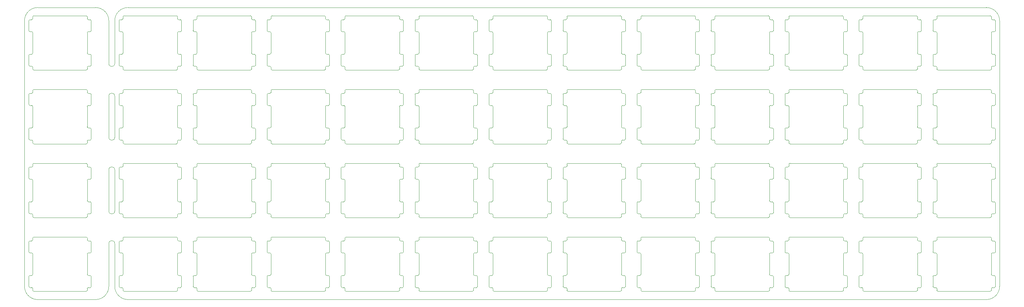
<source format=gbr>
G04 #@! TF.GenerationSoftware,KiCad,Pcbnew,(5.1.4-0)*
G04 #@! TF.CreationDate,2021-05-08T11:23:34-05:00*
G04 #@! TF.ProjectId,ori_top_plate,6f72695f-746f-4705-9f70-6c6174652e6b,rev?*
G04 #@! TF.SameCoordinates,Original*
G04 #@! TF.FileFunction,Profile,NP*
%FSLAX46Y46*%
G04 Gerber Fmt 4.6, Leading zero omitted, Abs format (unit mm)*
G04 Created by KiCad (PCBNEW (5.1.4-0)) date 2021-05-08 11:23:34*
%MOMM*%
%LPD*%
G04 APERTURE LIST*
%ADD10C,0.050000*%
%ADD11C,0.100000*%
G04 APERTURE END LIST*
D10*
X126540000Y-117800000D02*
X111719994Y-117800000D01*
X129960000Y-114380000D02*
X129960000Y-103360000D01*
X129960000Y-114380000D02*
G75*
G02X126540000Y-117800000I-3420000J0D01*
G01*
X131480000Y-103360000D02*
X131480000Y-114380000D01*
X129960000Y-103360000D02*
G75*
G02X131480000Y-103360000I760000J0D01*
G01*
X129960000Y-84360000D02*
X129960000Y-95000000D01*
X131480000Y-84360000D02*
X131480000Y-95000000D01*
X131480000Y-95000000D02*
G75*
G02X129960000Y-95000000I-760000J0D01*
G01*
X129960000Y-84360000D02*
G75*
G02X131480000Y-84360000I760000J0D01*
G01*
X129960000Y-65360000D02*
X129960000Y-76000000D01*
X131480000Y-65360000D02*
X131480000Y-76000000D01*
X131480000Y-76000000D02*
G75*
G02X129960000Y-76000000I-760000J0D01*
G01*
X129960000Y-65360000D02*
G75*
G02X131480000Y-65360000I760000J0D01*
G01*
X129960000Y-45980000D02*
X129960000Y-57000000D01*
X131480000Y-45980000D02*
X131480000Y-57000000D01*
X126540000Y-42560000D02*
X111719994Y-42560000D01*
X131480000Y-57000000D02*
G75*
G02X129960000Y-57000000I-760000J0D01*
G01*
X126540000Y-42560000D02*
G75*
G02X129960000Y-45980000I0J-3420000D01*
G01*
X108299994Y-45980000D02*
X108299994Y-114380000D01*
X108299994Y-45980000D02*
G75*
G02X111719994Y-42560000I3420000J0D01*
G01*
X111719994Y-117800000D02*
G75*
G02X108299994Y-114380000I0J3420000D01*
G01*
X358720000Y-114380000D02*
X358720000Y-45980000D01*
X355300000Y-117800000D02*
X134900000Y-117800000D01*
X134900000Y-42560000D02*
X355300000Y-42560000D01*
X134900000Y-117800000D02*
G75*
G02X131480000Y-114380000I0J3420000D01*
G01*
X131480000Y-45980000D02*
G75*
G02X134900000Y-42560000I3420000J0D01*
G01*
X355300000Y-42560000D02*
G75*
G02X358720000Y-45980000I0J-3420000D01*
G01*
X358720000Y-114380000D02*
G75*
G02X355300000Y-117800000I-3420000J0D01*
G01*
D11*
X124119994Y-115680000D02*
X110719994Y-115680000D01*
X110719994Y-115680000D02*
G75*
G02X110419994Y-115380000I0J300000D01*
G01*
X110419994Y-115380000D02*
X110419994Y-114980000D01*
X110419994Y-101980000D02*
G75*
G02X110719994Y-101680000I300000J0D01*
G01*
X124119994Y-101680000D02*
X110719994Y-101680000D01*
X110419994Y-106080000D02*
X110419994Y-111280000D01*
X110419994Y-102380000D02*
X110419994Y-101980000D01*
X124419994Y-114980000D02*
X124419994Y-115380000D01*
X124119994Y-101680000D02*
G75*
G02X124419994Y-101980000I0J-300000D01*
G01*
X125419994Y-105580000D02*
G75*
G02X125219994Y-105780000I-200000J0D01*
G01*
X124419994Y-106080000D02*
G75*
G02X124719994Y-105780000I300000J0D01*
G01*
X124719994Y-102680000D02*
X125119994Y-102680000D01*
X125419994Y-105580000D02*
X125419994Y-102980000D01*
X125219994Y-105780000D02*
X124719994Y-105780000D01*
X124419994Y-111280000D02*
X124419994Y-106080000D01*
X124419994Y-115380000D02*
G75*
G02X124119994Y-115680000I-300000J0D01*
G01*
X124719994Y-102680000D02*
G75*
G02X124419994Y-102380000I0J300000D01*
G01*
X125119994Y-102680000D02*
G75*
G02X125419994Y-102980000I0J-300000D01*
G01*
X124419994Y-101980000D02*
X124419994Y-102380000D01*
X124719994Y-111580000D02*
G75*
G02X124419994Y-111280000I0J300000D01*
G01*
X125119994Y-111580000D02*
G75*
G02X125419994Y-111880000I0J-300000D01*
G01*
X125219994Y-114680000D02*
X124719994Y-114680000D01*
X125419994Y-114480000D02*
X125419994Y-111880000D01*
X124719994Y-111580000D02*
X125119994Y-111580000D01*
X124419994Y-114980000D02*
G75*
G02X124719994Y-114680000I300000J0D01*
G01*
X125419994Y-114480000D02*
G75*
G02X125219994Y-114680000I-200000J0D01*
G01*
X109419994Y-111780000D02*
G75*
G02X109619994Y-111580000I200000J0D01*
G01*
X110419994Y-111280000D02*
G75*
G02X110119994Y-111580000I-300000J0D01*
G01*
X110119994Y-114680000D02*
X109719994Y-114680000D01*
X109419994Y-111780000D02*
X109419994Y-114380000D01*
X109619994Y-111580000D02*
X110119994Y-111580000D01*
X109719994Y-114680000D02*
G75*
G02X109419994Y-114380000I0J300000D01*
G01*
X110119994Y-114680000D02*
G75*
G02X110419994Y-114980000I0J-300000D01*
G01*
X109619994Y-102680000D02*
X110119994Y-102680000D01*
X110119994Y-105780000D02*
X109719994Y-105780000D01*
X109419994Y-102880000D02*
X109419994Y-105480000D01*
X110419994Y-102380000D02*
G75*
G02X110119994Y-102680000I-300000J0D01*
G01*
X110119994Y-105780000D02*
G75*
G02X110419994Y-106080000I0J-300000D01*
G01*
X109719994Y-105780000D02*
G75*
G02X109419994Y-105480000I0J300000D01*
G01*
X109419994Y-102880000D02*
G75*
G02X109619994Y-102680000I200000J0D01*
G01*
X124119994Y-96680000D02*
X110719994Y-96680000D01*
X110719994Y-96680000D02*
G75*
G02X110419994Y-96380000I0J300000D01*
G01*
X110419994Y-96380000D02*
X110419994Y-95980000D01*
X110419994Y-82980000D02*
G75*
G02X110719994Y-82680000I300000J0D01*
G01*
X124119994Y-82680000D02*
X110719994Y-82680000D01*
X110419994Y-87080000D02*
X110419994Y-92280000D01*
X110419994Y-83380000D02*
X110419994Y-82980000D01*
X124419994Y-95980000D02*
X124419994Y-96380000D01*
X124119994Y-82680000D02*
G75*
G02X124419994Y-82980000I0J-300000D01*
G01*
X125419994Y-86580000D02*
G75*
G02X125219994Y-86780000I-200000J0D01*
G01*
X124419994Y-87080000D02*
G75*
G02X124719994Y-86780000I300000J0D01*
G01*
X124719994Y-83680000D02*
X125119994Y-83680000D01*
X125419994Y-86580000D02*
X125419994Y-83980000D01*
X125219994Y-86780000D02*
X124719994Y-86780000D01*
X124419994Y-92280000D02*
X124419994Y-87080000D01*
X124419994Y-96380000D02*
G75*
G02X124119994Y-96680000I-300000J0D01*
G01*
X124719994Y-83680000D02*
G75*
G02X124419994Y-83380000I0J300000D01*
G01*
X125119994Y-83680000D02*
G75*
G02X125419994Y-83980000I0J-300000D01*
G01*
X124419994Y-82980000D02*
X124419994Y-83380000D01*
X124719994Y-92580000D02*
G75*
G02X124419994Y-92280000I0J300000D01*
G01*
X125119994Y-92580000D02*
G75*
G02X125419994Y-92880000I0J-300000D01*
G01*
X125219994Y-95680000D02*
X124719994Y-95680000D01*
X125419994Y-95480000D02*
X125419994Y-92880000D01*
X124719994Y-92580000D02*
X125119994Y-92580000D01*
X124419994Y-95980000D02*
G75*
G02X124719994Y-95680000I300000J0D01*
G01*
X125419994Y-95480000D02*
G75*
G02X125219994Y-95680000I-200000J0D01*
G01*
X109419994Y-92780000D02*
G75*
G02X109619994Y-92580000I200000J0D01*
G01*
X110419994Y-92280000D02*
G75*
G02X110119994Y-92580000I-300000J0D01*
G01*
X110119994Y-95680000D02*
X109719994Y-95680000D01*
X109419994Y-92780000D02*
X109419994Y-95380000D01*
X109619994Y-92580000D02*
X110119994Y-92580000D01*
X109719994Y-95680000D02*
G75*
G02X109419994Y-95380000I0J300000D01*
G01*
X110119994Y-95680000D02*
G75*
G02X110419994Y-95980000I0J-300000D01*
G01*
X109619994Y-83680000D02*
X110119994Y-83680000D01*
X110119994Y-86780000D02*
X109719994Y-86780000D01*
X109419994Y-83880000D02*
X109419994Y-86480000D01*
X110419994Y-83380000D02*
G75*
G02X110119994Y-83680000I-300000J0D01*
G01*
X110119994Y-86780000D02*
G75*
G02X110419994Y-87080000I0J-300000D01*
G01*
X109719994Y-86780000D02*
G75*
G02X109419994Y-86480000I0J300000D01*
G01*
X109419994Y-83880000D02*
G75*
G02X109619994Y-83680000I200000J0D01*
G01*
X124119994Y-77680000D02*
X110719994Y-77680000D01*
X110719994Y-77680000D02*
G75*
G02X110419994Y-77380000I0J300000D01*
G01*
X110419994Y-77380000D02*
X110419994Y-76980000D01*
X110419994Y-63980000D02*
G75*
G02X110719994Y-63680000I300000J0D01*
G01*
X124119994Y-63680000D02*
X110719994Y-63680000D01*
X110419994Y-68080000D02*
X110419994Y-73280000D01*
X110419994Y-64380000D02*
X110419994Y-63980000D01*
X124419994Y-76980000D02*
X124419994Y-77380000D01*
X124119994Y-63680000D02*
G75*
G02X124419994Y-63980000I0J-300000D01*
G01*
X125419994Y-67580000D02*
G75*
G02X125219994Y-67780000I-200000J0D01*
G01*
X124419994Y-68080000D02*
G75*
G02X124719994Y-67780000I300000J0D01*
G01*
X124719994Y-64680000D02*
X125119994Y-64680000D01*
X125419994Y-67580000D02*
X125419994Y-64980000D01*
X125219994Y-67780000D02*
X124719994Y-67780000D01*
X124419994Y-73280000D02*
X124419994Y-68080000D01*
X124419994Y-77380000D02*
G75*
G02X124119994Y-77680000I-300000J0D01*
G01*
X124719994Y-64680000D02*
G75*
G02X124419994Y-64380000I0J300000D01*
G01*
X125119994Y-64680000D02*
G75*
G02X125419994Y-64980000I0J-300000D01*
G01*
X124419994Y-63980000D02*
X124419994Y-64380000D01*
X124719994Y-73580000D02*
G75*
G02X124419994Y-73280000I0J300000D01*
G01*
X125119994Y-73580000D02*
G75*
G02X125419994Y-73880000I0J-300000D01*
G01*
X125219994Y-76680000D02*
X124719994Y-76680000D01*
X125419994Y-76480000D02*
X125419994Y-73880000D01*
X124719994Y-73580000D02*
X125119994Y-73580000D01*
X124419994Y-76980000D02*
G75*
G02X124719994Y-76680000I300000J0D01*
G01*
X125419994Y-76480000D02*
G75*
G02X125219994Y-76680000I-200000J0D01*
G01*
X109419994Y-73780000D02*
G75*
G02X109619994Y-73580000I200000J0D01*
G01*
X110419994Y-73280000D02*
G75*
G02X110119994Y-73580000I-300000J0D01*
G01*
X110119994Y-76680000D02*
X109719994Y-76680000D01*
X109419994Y-73780000D02*
X109419994Y-76380000D01*
X109619994Y-73580000D02*
X110119994Y-73580000D01*
X109719994Y-76680000D02*
G75*
G02X109419994Y-76380000I0J300000D01*
G01*
X110119994Y-76680000D02*
G75*
G02X110419994Y-76980000I0J-300000D01*
G01*
X109619994Y-64680000D02*
X110119994Y-64680000D01*
X110119994Y-67780000D02*
X109719994Y-67780000D01*
X109419994Y-64880000D02*
X109419994Y-67480000D01*
X110419994Y-64380000D02*
G75*
G02X110119994Y-64680000I-300000J0D01*
G01*
X110119994Y-67780000D02*
G75*
G02X110419994Y-68080000I0J-300000D01*
G01*
X109719994Y-67780000D02*
G75*
G02X109419994Y-67480000I0J300000D01*
G01*
X109419994Y-64880000D02*
G75*
G02X109619994Y-64680000I200000J0D01*
G01*
X124119994Y-58680000D02*
X110719994Y-58680000D01*
X110719994Y-58680000D02*
G75*
G02X110419994Y-58380000I0J300000D01*
G01*
X110419994Y-58380000D02*
X110419994Y-57980000D01*
X110419994Y-44980000D02*
G75*
G02X110719994Y-44680000I300000J0D01*
G01*
X124119994Y-44680000D02*
X110719994Y-44680000D01*
X110419994Y-49080000D02*
X110419994Y-54280000D01*
X110419994Y-45380000D02*
X110419994Y-44980000D01*
X124419994Y-57980000D02*
X124419994Y-58380000D01*
X124119994Y-44680000D02*
G75*
G02X124419994Y-44980000I0J-300000D01*
G01*
X125419994Y-48580000D02*
G75*
G02X125219994Y-48780000I-200000J0D01*
G01*
X124419994Y-49080000D02*
G75*
G02X124719994Y-48780000I300000J0D01*
G01*
X124719994Y-45680000D02*
X125119994Y-45680000D01*
X125419994Y-48580000D02*
X125419994Y-45980000D01*
X125219994Y-48780000D02*
X124719994Y-48780000D01*
X124419994Y-54280000D02*
X124419994Y-49080000D01*
X124419994Y-58380000D02*
G75*
G02X124119994Y-58680000I-300000J0D01*
G01*
X124719994Y-45680000D02*
G75*
G02X124419994Y-45380000I0J300000D01*
G01*
X125119994Y-45680000D02*
G75*
G02X125419994Y-45980000I0J-300000D01*
G01*
X124419994Y-44980000D02*
X124419994Y-45380000D01*
X124719994Y-54580000D02*
G75*
G02X124419994Y-54280000I0J300000D01*
G01*
X125119994Y-54580000D02*
G75*
G02X125419994Y-54880000I0J-300000D01*
G01*
X125219994Y-57680000D02*
X124719994Y-57680000D01*
X125419994Y-57480000D02*
X125419994Y-54880000D01*
X124719994Y-54580000D02*
X125119994Y-54580000D01*
X124419994Y-57980000D02*
G75*
G02X124719994Y-57680000I300000J0D01*
G01*
X125419994Y-57480000D02*
G75*
G02X125219994Y-57680000I-200000J0D01*
G01*
X109419994Y-54780000D02*
G75*
G02X109619994Y-54580000I200000J0D01*
G01*
X110419994Y-54280000D02*
G75*
G02X110119994Y-54580000I-300000J0D01*
G01*
X110119994Y-57680000D02*
X109719994Y-57680000D01*
X109419994Y-54780000D02*
X109419994Y-57380000D01*
X109619994Y-54580000D02*
X110119994Y-54580000D01*
X109719994Y-57680000D02*
G75*
G02X109419994Y-57380000I0J300000D01*
G01*
X110119994Y-57680000D02*
G75*
G02X110419994Y-57980000I0J-300000D01*
G01*
X109619994Y-45680000D02*
X110119994Y-45680000D01*
X110119994Y-48780000D02*
X109719994Y-48780000D01*
X109419994Y-45880000D02*
X109419994Y-48480000D01*
X110419994Y-45380000D02*
G75*
G02X110119994Y-45680000I-300000J0D01*
G01*
X110119994Y-48780000D02*
G75*
G02X110419994Y-49080000I0J-300000D01*
G01*
X109719994Y-48780000D02*
G75*
G02X109419994Y-48480000I0J300000D01*
G01*
X109419994Y-45880000D02*
G75*
G02X109619994Y-45680000I200000J0D01*
G01*
X356299080Y-115679714D02*
X342899080Y-115679714D01*
X342899080Y-115679714D02*
G75*
G02X342599080Y-115379714I0J300000D01*
G01*
X342599080Y-115379714D02*
X342599080Y-114979714D01*
X342599080Y-101979714D02*
G75*
G02X342899080Y-101679714I300000J0D01*
G01*
X356299080Y-101679714D02*
X342899080Y-101679714D01*
X342599080Y-106079714D02*
X342599080Y-111279714D01*
X342599080Y-102379714D02*
X342599080Y-101979714D01*
X356599080Y-114979714D02*
X356599080Y-115379714D01*
X356299080Y-101679714D02*
G75*
G02X356599080Y-101979714I0J-300000D01*
G01*
X357599080Y-105579714D02*
G75*
G02X357399080Y-105779714I-200000J0D01*
G01*
X356599080Y-106079714D02*
G75*
G02X356899080Y-105779714I300000J0D01*
G01*
X356899080Y-102679714D02*
X357299080Y-102679714D01*
X357599080Y-105579714D02*
X357599080Y-102979714D01*
X357399080Y-105779714D02*
X356899080Y-105779714D01*
X356599080Y-111279714D02*
X356599080Y-106079714D01*
X356599080Y-115379714D02*
G75*
G02X356299080Y-115679714I-300000J0D01*
G01*
X356899080Y-102679714D02*
G75*
G02X356599080Y-102379714I0J300000D01*
G01*
X357299080Y-102679714D02*
G75*
G02X357599080Y-102979714I0J-300000D01*
G01*
X356599080Y-101979714D02*
X356599080Y-102379714D01*
X356899080Y-111579714D02*
G75*
G02X356599080Y-111279714I0J300000D01*
G01*
X357299080Y-111579714D02*
G75*
G02X357599080Y-111879714I0J-300000D01*
G01*
X357399080Y-114679714D02*
X356899080Y-114679714D01*
X357599080Y-114479714D02*
X357599080Y-111879714D01*
X356899080Y-111579714D02*
X357299080Y-111579714D01*
X356599080Y-114979714D02*
G75*
G02X356899080Y-114679714I300000J0D01*
G01*
X357599080Y-114479714D02*
G75*
G02X357399080Y-114679714I-200000J0D01*
G01*
X341599080Y-111779714D02*
G75*
G02X341799080Y-111579714I200000J0D01*
G01*
X342599080Y-111279714D02*
G75*
G02X342299080Y-111579714I-300000J0D01*
G01*
X342299080Y-114679714D02*
X341899080Y-114679714D01*
X341599080Y-111779714D02*
X341599080Y-114379714D01*
X341799080Y-111579714D02*
X342299080Y-111579714D01*
X341899080Y-114679714D02*
G75*
G02X341599080Y-114379714I0J300000D01*
G01*
X342299080Y-114679714D02*
G75*
G02X342599080Y-114979714I0J-300000D01*
G01*
X341799080Y-102679714D02*
X342299080Y-102679714D01*
X342299080Y-105779714D02*
X341899080Y-105779714D01*
X341599080Y-102879714D02*
X341599080Y-105479714D01*
X342599080Y-102379714D02*
G75*
G02X342299080Y-102679714I-300000J0D01*
G01*
X342299080Y-105779714D02*
G75*
G02X342599080Y-106079714I0J-300000D01*
G01*
X341899080Y-105779714D02*
G75*
G02X341599080Y-105479714I0J300000D01*
G01*
X341599080Y-102879714D02*
G75*
G02X341799080Y-102679714I200000J0D01*
G01*
X337299130Y-115679714D02*
X323899130Y-115679714D01*
X323899130Y-115679714D02*
G75*
G02X323599130Y-115379714I0J300000D01*
G01*
X323599130Y-115379714D02*
X323599130Y-114979714D01*
X323599130Y-101979714D02*
G75*
G02X323899130Y-101679714I300000J0D01*
G01*
X337299130Y-101679714D02*
X323899130Y-101679714D01*
X323599130Y-106079714D02*
X323599130Y-111279714D01*
X323599130Y-102379714D02*
X323599130Y-101979714D01*
X337599130Y-114979714D02*
X337599130Y-115379714D01*
X337299130Y-101679714D02*
G75*
G02X337599130Y-101979714I0J-300000D01*
G01*
X338599130Y-105579714D02*
G75*
G02X338399130Y-105779714I-200000J0D01*
G01*
X337599130Y-106079714D02*
G75*
G02X337899130Y-105779714I300000J0D01*
G01*
X337899130Y-102679714D02*
X338299130Y-102679714D01*
X338599130Y-105579714D02*
X338599130Y-102979714D01*
X338399130Y-105779714D02*
X337899130Y-105779714D01*
X337599130Y-111279714D02*
X337599130Y-106079714D01*
X337599130Y-115379714D02*
G75*
G02X337299130Y-115679714I-300000J0D01*
G01*
X337899130Y-102679714D02*
G75*
G02X337599130Y-102379714I0J300000D01*
G01*
X338299130Y-102679714D02*
G75*
G02X338599130Y-102979714I0J-300000D01*
G01*
X337599130Y-101979714D02*
X337599130Y-102379714D01*
X337899130Y-111579714D02*
G75*
G02X337599130Y-111279714I0J300000D01*
G01*
X338299130Y-111579714D02*
G75*
G02X338599130Y-111879714I0J-300000D01*
G01*
X338399130Y-114679714D02*
X337899130Y-114679714D01*
X338599130Y-114479714D02*
X338599130Y-111879714D01*
X337899130Y-111579714D02*
X338299130Y-111579714D01*
X337599130Y-114979714D02*
G75*
G02X337899130Y-114679714I300000J0D01*
G01*
X338599130Y-114479714D02*
G75*
G02X338399130Y-114679714I-200000J0D01*
G01*
X322599130Y-111779714D02*
G75*
G02X322799130Y-111579714I200000J0D01*
G01*
X323599130Y-111279714D02*
G75*
G02X323299130Y-111579714I-300000J0D01*
G01*
X323299130Y-114679714D02*
X322899130Y-114679714D01*
X322599130Y-111779714D02*
X322599130Y-114379714D01*
X322799130Y-111579714D02*
X323299130Y-111579714D01*
X322899130Y-114679714D02*
G75*
G02X322599130Y-114379714I0J300000D01*
G01*
X323299130Y-114679714D02*
G75*
G02X323599130Y-114979714I0J-300000D01*
G01*
X322799130Y-102679714D02*
X323299130Y-102679714D01*
X323299130Y-105779714D02*
X322899130Y-105779714D01*
X322599130Y-102879714D02*
X322599130Y-105479714D01*
X323599130Y-102379714D02*
G75*
G02X323299130Y-102679714I-300000J0D01*
G01*
X323299130Y-105779714D02*
G75*
G02X323599130Y-106079714I0J-300000D01*
G01*
X322899130Y-105779714D02*
G75*
G02X322599130Y-105479714I0J300000D01*
G01*
X322599130Y-102879714D02*
G75*
G02X322799130Y-102679714I200000J0D01*
G01*
X318299180Y-115679714D02*
X304899180Y-115679714D01*
X304899180Y-115679714D02*
G75*
G02X304599180Y-115379714I0J300000D01*
G01*
X304599180Y-115379714D02*
X304599180Y-114979714D01*
X304599180Y-101979714D02*
G75*
G02X304899180Y-101679714I300000J0D01*
G01*
X318299180Y-101679714D02*
X304899180Y-101679714D01*
X304599180Y-106079714D02*
X304599180Y-111279714D01*
X304599180Y-102379714D02*
X304599180Y-101979714D01*
X318599180Y-114979714D02*
X318599180Y-115379714D01*
X318299180Y-101679714D02*
G75*
G02X318599180Y-101979714I0J-300000D01*
G01*
X319599180Y-105579714D02*
G75*
G02X319399180Y-105779714I-200000J0D01*
G01*
X318599180Y-106079714D02*
G75*
G02X318899180Y-105779714I300000J0D01*
G01*
X318899180Y-102679714D02*
X319299180Y-102679714D01*
X319599180Y-105579714D02*
X319599180Y-102979714D01*
X319399180Y-105779714D02*
X318899180Y-105779714D01*
X318599180Y-111279714D02*
X318599180Y-106079714D01*
X318599180Y-115379714D02*
G75*
G02X318299180Y-115679714I-300000J0D01*
G01*
X318899180Y-102679714D02*
G75*
G02X318599180Y-102379714I0J300000D01*
G01*
X319299180Y-102679714D02*
G75*
G02X319599180Y-102979714I0J-300000D01*
G01*
X318599180Y-101979714D02*
X318599180Y-102379714D01*
X318899180Y-111579714D02*
G75*
G02X318599180Y-111279714I0J300000D01*
G01*
X319299180Y-111579714D02*
G75*
G02X319599180Y-111879714I0J-300000D01*
G01*
X319399180Y-114679714D02*
X318899180Y-114679714D01*
X319599180Y-114479714D02*
X319599180Y-111879714D01*
X318899180Y-111579714D02*
X319299180Y-111579714D01*
X318599180Y-114979714D02*
G75*
G02X318899180Y-114679714I300000J0D01*
G01*
X319599180Y-114479714D02*
G75*
G02X319399180Y-114679714I-200000J0D01*
G01*
X303599180Y-111779714D02*
G75*
G02X303799180Y-111579714I200000J0D01*
G01*
X304599180Y-111279714D02*
G75*
G02X304299180Y-111579714I-300000J0D01*
G01*
X304299180Y-114679714D02*
X303899180Y-114679714D01*
X303599180Y-111779714D02*
X303599180Y-114379714D01*
X303799180Y-111579714D02*
X304299180Y-111579714D01*
X303899180Y-114679714D02*
G75*
G02X303599180Y-114379714I0J300000D01*
G01*
X304299180Y-114679714D02*
G75*
G02X304599180Y-114979714I0J-300000D01*
G01*
X303799180Y-102679714D02*
X304299180Y-102679714D01*
X304299180Y-105779714D02*
X303899180Y-105779714D01*
X303599180Y-102879714D02*
X303599180Y-105479714D01*
X304599180Y-102379714D02*
G75*
G02X304299180Y-102679714I-300000J0D01*
G01*
X304299180Y-105779714D02*
G75*
G02X304599180Y-106079714I0J-300000D01*
G01*
X303899180Y-105779714D02*
G75*
G02X303599180Y-105479714I0J300000D01*
G01*
X303599180Y-102879714D02*
G75*
G02X303799180Y-102679714I200000J0D01*
G01*
X299299230Y-115679714D02*
X285899230Y-115679714D01*
X285899230Y-115679714D02*
G75*
G02X285599230Y-115379714I0J300000D01*
G01*
X285599230Y-115379714D02*
X285599230Y-114979714D01*
X285599230Y-101979714D02*
G75*
G02X285899230Y-101679714I300000J0D01*
G01*
X299299230Y-101679714D02*
X285899230Y-101679714D01*
X285599230Y-106079714D02*
X285599230Y-111279714D01*
X285599230Y-102379714D02*
X285599230Y-101979714D01*
X299599230Y-114979714D02*
X299599230Y-115379714D01*
X299299230Y-101679714D02*
G75*
G02X299599230Y-101979714I0J-300000D01*
G01*
X300599230Y-105579714D02*
G75*
G02X300399230Y-105779714I-200000J0D01*
G01*
X299599230Y-106079714D02*
G75*
G02X299899230Y-105779714I300000J0D01*
G01*
X299899230Y-102679714D02*
X300299230Y-102679714D01*
X300599230Y-105579714D02*
X300599230Y-102979714D01*
X300399230Y-105779714D02*
X299899230Y-105779714D01*
X299599230Y-111279714D02*
X299599230Y-106079714D01*
X299599230Y-115379714D02*
G75*
G02X299299230Y-115679714I-300000J0D01*
G01*
X299899230Y-102679714D02*
G75*
G02X299599230Y-102379714I0J300000D01*
G01*
X300299230Y-102679714D02*
G75*
G02X300599230Y-102979714I0J-300000D01*
G01*
X299599230Y-101979714D02*
X299599230Y-102379714D01*
X299899230Y-111579714D02*
G75*
G02X299599230Y-111279714I0J300000D01*
G01*
X300299230Y-111579714D02*
G75*
G02X300599230Y-111879714I0J-300000D01*
G01*
X300399230Y-114679714D02*
X299899230Y-114679714D01*
X300599230Y-114479714D02*
X300599230Y-111879714D01*
X299899230Y-111579714D02*
X300299230Y-111579714D01*
X299599230Y-114979714D02*
G75*
G02X299899230Y-114679714I300000J0D01*
G01*
X300599230Y-114479714D02*
G75*
G02X300399230Y-114679714I-200000J0D01*
G01*
X284599230Y-111779714D02*
G75*
G02X284799230Y-111579714I200000J0D01*
G01*
X285599230Y-111279714D02*
G75*
G02X285299230Y-111579714I-300000J0D01*
G01*
X285299230Y-114679714D02*
X284899230Y-114679714D01*
X284599230Y-111779714D02*
X284599230Y-114379714D01*
X284799230Y-111579714D02*
X285299230Y-111579714D01*
X284899230Y-114679714D02*
G75*
G02X284599230Y-114379714I0J300000D01*
G01*
X285299230Y-114679714D02*
G75*
G02X285599230Y-114979714I0J-300000D01*
G01*
X284799230Y-102679714D02*
X285299230Y-102679714D01*
X285299230Y-105779714D02*
X284899230Y-105779714D01*
X284599230Y-102879714D02*
X284599230Y-105479714D01*
X285599230Y-102379714D02*
G75*
G02X285299230Y-102679714I-300000J0D01*
G01*
X285299230Y-105779714D02*
G75*
G02X285599230Y-106079714I0J-300000D01*
G01*
X284899230Y-105779714D02*
G75*
G02X284599230Y-105479714I0J300000D01*
G01*
X284599230Y-102879714D02*
G75*
G02X284799230Y-102679714I200000J0D01*
G01*
X280299280Y-115679714D02*
X266899280Y-115679714D01*
X266899280Y-115679714D02*
G75*
G02X266599280Y-115379714I0J300000D01*
G01*
X266599280Y-115379714D02*
X266599280Y-114979714D01*
X266599280Y-101979714D02*
G75*
G02X266899280Y-101679714I300000J0D01*
G01*
X280299280Y-101679714D02*
X266899280Y-101679714D01*
X266599280Y-106079714D02*
X266599280Y-111279714D01*
X266599280Y-102379714D02*
X266599280Y-101979714D01*
X280599280Y-114979714D02*
X280599280Y-115379714D01*
X280299280Y-101679714D02*
G75*
G02X280599280Y-101979714I0J-300000D01*
G01*
X281599280Y-105579714D02*
G75*
G02X281399280Y-105779714I-200000J0D01*
G01*
X280599280Y-106079714D02*
G75*
G02X280899280Y-105779714I300000J0D01*
G01*
X280899280Y-102679714D02*
X281299280Y-102679714D01*
X281599280Y-105579714D02*
X281599280Y-102979714D01*
X281399280Y-105779714D02*
X280899280Y-105779714D01*
X280599280Y-111279714D02*
X280599280Y-106079714D01*
X280599280Y-115379714D02*
G75*
G02X280299280Y-115679714I-300000J0D01*
G01*
X280899280Y-102679714D02*
G75*
G02X280599280Y-102379714I0J300000D01*
G01*
X281299280Y-102679714D02*
G75*
G02X281599280Y-102979714I0J-300000D01*
G01*
X280599280Y-101979714D02*
X280599280Y-102379714D01*
X280899280Y-111579714D02*
G75*
G02X280599280Y-111279714I0J300000D01*
G01*
X281299280Y-111579714D02*
G75*
G02X281599280Y-111879714I0J-300000D01*
G01*
X281399280Y-114679714D02*
X280899280Y-114679714D01*
X281599280Y-114479714D02*
X281599280Y-111879714D01*
X280899280Y-111579714D02*
X281299280Y-111579714D01*
X280599280Y-114979714D02*
G75*
G02X280899280Y-114679714I300000J0D01*
G01*
X281599280Y-114479714D02*
G75*
G02X281399280Y-114679714I-200000J0D01*
G01*
X265599280Y-111779714D02*
G75*
G02X265799280Y-111579714I200000J0D01*
G01*
X266599280Y-111279714D02*
G75*
G02X266299280Y-111579714I-300000J0D01*
G01*
X266299280Y-114679714D02*
X265899280Y-114679714D01*
X265599280Y-111779714D02*
X265599280Y-114379714D01*
X265799280Y-111579714D02*
X266299280Y-111579714D01*
X265899280Y-114679714D02*
G75*
G02X265599280Y-114379714I0J300000D01*
G01*
X266299280Y-114679714D02*
G75*
G02X266599280Y-114979714I0J-300000D01*
G01*
X265799280Y-102679714D02*
X266299280Y-102679714D01*
X266299280Y-105779714D02*
X265899280Y-105779714D01*
X265599280Y-102879714D02*
X265599280Y-105479714D01*
X266599280Y-102379714D02*
G75*
G02X266299280Y-102679714I-300000J0D01*
G01*
X266299280Y-105779714D02*
G75*
G02X266599280Y-106079714I0J-300000D01*
G01*
X265899280Y-105779714D02*
G75*
G02X265599280Y-105479714I0J300000D01*
G01*
X265599280Y-102879714D02*
G75*
G02X265799280Y-102679714I200000J0D01*
G01*
X261299330Y-115679714D02*
X247899330Y-115679714D01*
X247899330Y-115679714D02*
G75*
G02X247599330Y-115379714I0J300000D01*
G01*
X247599330Y-115379714D02*
X247599330Y-114979714D01*
X247599330Y-101979714D02*
G75*
G02X247899330Y-101679714I300000J0D01*
G01*
X261299330Y-101679714D02*
X247899330Y-101679714D01*
X247599330Y-106079714D02*
X247599330Y-111279714D01*
X247599330Y-102379714D02*
X247599330Y-101979714D01*
X261599330Y-114979714D02*
X261599330Y-115379714D01*
X261299330Y-101679714D02*
G75*
G02X261599330Y-101979714I0J-300000D01*
G01*
X262599330Y-105579714D02*
G75*
G02X262399330Y-105779714I-200000J0D01*
G01*
X261599330Y-106079714D02*
G75*
G02X261899330Y-105779714I300000J0D01*
G01*
X261899330Y-102679714D02*
X262299330Y-102679714D01*
X262599330Y-105579714D02*
X262599330Y-102979714D01*
X262399330Y-105779714D02*
X261899330Y-105779714D01*
X261599330Y-111279714D02*
X261599330Y-106079714D01*
X261599330Y-115379714D02*
G75*
G02X261299330Y-115679714I-300000J0D01*
G01*
X261899330Y-102679714D02*
G75*
G02X261599330Y-102379714I0J300000D01*
G01*
X262299330Y-102679714D02*
G75*
G02X262599330Y-102979714I0J-300000D01*
G01*
X261599330Y-101979714D02*
X261599330Y-102379714D01*
X261899330Y-111579714D02*
G75*
G02X261599330Y-111279714I0J300000D01*
G01*
X262299330Y-111579714D02*
G75*
G02X262599330Y-111879714I0J-300000D01*
G01*
X262399330Y-114679714D02*
X261899330Y-114679714D01*
X262599330Y-114479714D02*
X262599330Y-111879714D01*
X261899330Y-111579714D02*
X262299330Y-111579714D01*
X261599330Y-114979714D02*
G75*
G02X261899330Y-114679714I300000J0D01*
G01*
X262599330Y-114479714D02*
G75*
G02X262399330Y-114679714I-200000J0D01*
G01*
X246599330Y-111779714D02*
G75*
G02X246799330Y-111579714I200000J0D01*
G01*
X247599330Y-111279714D02*
G75*
G02X247299330Y-111579714I-300000J0D01*
G01*
X247299330Y-114679714D02*
X246899330Y-114679714D01*
X246599330Y-111779714D02*
X246599330Y-114379714D01*
X246799330Y-111579714D02*
X247299330Y-111579714D01*
X246899330Y-114679714D02*
G75*
G02X246599330Y-114379714I0J300000D01*
G01*
X247299330Y-114679714D02*
G75*
G02X247599330Y-114979714I0J-300000D01*
G01*
X246799330Y-102679714D02*
X247299330Y-102679714D01*
X247299330Y-105779714D02*
X246899330Y-105779714D01*
X246599330Y-102879714D02*
X246599330Y-105479714D01*
X247599330Y-102379714D02*
G75*
G02X247299330Y-102679714I-300000J0D01*
G01*
X247299330Y-105779714D02*
G75*
G02X247599330Y-106079714I0J-300000D01*
G01*
X246899330Y-105779714D02*
G75*
G02X246599330Y-105479714I0J300000D01*
G01*
X246599330Y-102879714D02*
G75*
G02X246799330Y-102679714I200000J0D01*
G01*
X242299380Y-115679714D02*
X228899380Y-115679714D01*
X228899380Y-115679714D02*
G75*
G02X228599380Y-115379714I0J300000D01*
G01*
X228599380Y-115379714D02*
X228599380Y-114979714D01*
X228599380Y-101979714D02*
G75*
G02X228899380Y-101679714I300000J0D01*
G01*
X242299380Y-101679714D02*
X228899380Y-101679714D01*
X228599380Y-106079714D02*
X228599380Y-111279714D01*
X228599380Y-102379714D02*
X228599380Y-101979714D01*
X242599380Y-114979714D02*
X242599380Y-115379714D01*
X242299380Y-101679714D02*
G75*
G02X242599380Y-101979714I0J-300000D01*
G01*
X243599380Y-105579714D02*
G75*
G02X243399380Y-105779714I-200000J0D01*
G01*
X242599380Y-106079714D02*
G75*
G02X242899380Y-105779714I300000J0D01*
G01*
X242899380Y-102679714D02*
X243299380Y-102679714D01*
X243599380Y-105579714D02*
X243599380Y-102979714D01*
X243399380Y-105779714D02*
X242899380Y-105779714D01*
X242599380Y-111279714D02*
X242599380Y-106079714D01*
X242599380Y-115379714D02*
G75*
G02X242299380Y-115679714I-300000J0D01*
G01*
X242899380Y-102679714D02*
G75*
G02X242599380Y-102379714I0J300000D01*
G01*
X243299380Y-102679714D02*
G75*
G02X243599380Y-102979714I0J-300000D01*
G01*
X242599380Y-101979714D02*
X242599380Y-102379714D01*
X242899380Y-111579714D02*
G75*
G02X242599380Y-111279714I0J300000D01*
G01*
X243299380Y-111579714D02*
G75*
G02X243599380Y-111879714I0J-300000D01*
G01*
X243399380Y-114679714D02*
X242899380Y-114679714D01*
X243599380Y-114479714D02*
X243599380Y-111879714D01*
X242899380Y-111579714D02*
X243299380Y-111579714D01*
X242599380Y-114979714D02*
G75*
G02X242899380Y-114679714I300000J0D01*
G01*
X243599380Y-114479714D02*
G75*
G02X243399380Y-114679714I-200000J0D01*
G01*
X227599380Y-111779714D02*
G75*
G02X227799380Y-111579714I200000J0D01*
G01*
X228599380Y-111279714D02*
G75*
G02X228299380Y-111579714I-300000J0D01*
G01*
X228299380Y-114679714D02*
X227899380Y-114679714D01*
X227599380Y-111779714D02*
X227599380Y-114379714D01*
X227799380Y-111579714D02*
X228299380Y-111579714D01*
X227899380Y-114679714D02*
G75*
G02X227599380Y-114379714I0J300000D01*
G01*
X228299380Y-114679714D02*
G75*
G02X228599380Y-114979714I0J-300000D01*
G01*
X227799380Y-102679714D02*
X228299380Y-102679714D01*
X228299380Y-105779714D02*
X227899380Y-105779714D01*
X227599380Y-102879714D02*
X227599380Y-105479714D01*
X228599380Y-102379714D02*
G75*
G02X228299380Y-102679714I-300000J0D01*
G01*
X228299380Y-105779714D02*
G75*
G02X228599380Y-106079714I0J-300000D01*
G01*
X227899380Y-105779714D02*
G75*
G02X227599380Y-105479714I0J300000D01*
G01*
X227599380Y-102879714D02*
G75*
G02X227799380Y-102679714I200000J0D01*
G01*
X223299430Y-115679714D02*
X209899430Y-115679714D01*
X209899430Y-115679714D02*
G75*
G02X209599430Y-115379714I0J300000D01*
G01*
X209599430Y-115379714D02*
X209599430Y-114979714D01*
X209599430Y-101979714D02*
G75*
G02X209899430Y-101679714I300000J0D01*
G01*
X223299430Y-101679714D02*
X209899430Y-101679714D01*
X209599430Y-106079714D02*
X209599430Y-111279714D01*
X209599430Y-102379714D02*
X209599430Y-101979714D01*
X223599430Y-114979714D02*
X223599430Y-115379714D01*
X223299430Y-101679714D02*
G75*
G02X223599430Y-101979714I0J-300000D01*
G01*
X224599430Y-105579714D02*
G75*
G02X224399430Y-105779714I-200000J0D01*
G01*
X223599430Y-106079714D02*
G75*
G02X223899430Y-105779714I300000J0D01*
G01*
X223899430Y-102679714D02*
X224299430Y-102679714D01*
X224599430Y-105579714D02*
X224599430Y-102979714D01*
X224399430Y-105779714D02*
X223899430Y-105779714D01*
X223599430Y-111279714D02*
X223599430Y-106079714D01*
X223599430Y-115379714D02*
G75*
G02X223299430Y-115679714I-300000J0D01*
G01*
X223899430Y-102679714D02*
G75*
G02X223599430Y-102379714I0J300000D01*
G01*
X224299430Y-102679714D02*
G75*
G02X224599430Y-102979714I0J-300000D01*
G01*
X223599430Y-101979714D02*
X223599430Y-102379714D01*
X223899430Y-111579714D02*
G75*
G02X223599430Y-111279714I0J300000D01*
G01*
X224299430Y-111579714D02*
G75*
G02X224599430Y-111879714I0J-300000D01*
G01*
X224399430Y-114679714D02*
X223899430Y-114679714D01*
X224599430Y-114479714D02*
X224599430Y-111879714D01*
X223899430Y-111579714D02*
X224299430Y-111579714D01*
X223599430Y-114979714D02*
G75*
G02X223899430Y-114679714I300000J0D01*
G01*
X224599430Y-114479714D02*
G75*
G02X224399430Y-114679714I-200000J0D01*
G01*
X208599430Y-111779714D02*
G75*
G02X208799430Y-111579714I200000J0D01*
G01*
X209599430Y-111279714D02*
G75*
G02X209299430Y-111579714I-300000J0D01*
G01*
X209299430Y-114679714D02*
X208899430Y-114679714D01*
X208599430Y-111779714D02*
X208599430Y-114379714D01*
X208799430Y-111579714D02*
X209299430Y-111579714D01*
X208899430Y-114679714D02*
G75*
G02X208599430Y-114379714I0J300000D01*
G01*
X209299430Y-114679714D02*
G75*
G02X209599430Y-114979714I0J-300000D01*
G01*
X208799430Y-102679714D02*
X209299430Y-102679714D01*
X209299430Y-105779714D02*
X208899430Y-105779714D01*
X208599430Y-102879714D02*
X208599430Y-105479714D01*
X209599430Y-102379714D02*
G75*
G02X209299430Y-102679714I-300000J0D01*
G01*
X209299430Y-105779714D02*
G75*
G02X209599430Y-106079714I0J-300000D01*
G01*
X208899430Y-105779714D02*
G75*
G02X208599430Y-105479714I0J300000D01*
G01*
X208599430Y-102879714D02*
G75*
G02X208799430Y-102679714I200000J0D01*
G01*
X204299480Y-115679714D02*
X190899480Y-115679714D01*
X190899480Y-115679714D02*
G75*
G02X190599480Y-115379714I0J300000D01*
G01*
X190599480Y-115379714D02*
X190599480Y-114979714D01*
X190599480Y-101979714D02*
G75*
G02X190899480Y-101679714I300000J0D01*
G01*
X204299480Y-101679714D02*
X190899480Y-101679714D01*
X190599480Y-106079714D02*
X190599480Y-111279714D01*
X190599480Y-102379714D02*
X190599480Y-101979714D01*
X204599480Y-114979714D02*
X204599480Y-115379714D01*
X204299480Y-101679714D02*
G75*
G02X204599480Y-101979714I0J-300000D01*
G01*
X205599480Y-105579714D02*
G75*
G02X205399480Y-105779714I-200000J0D01*
G01*
X204599480Y-106079714D02*
G75*
G02X204899480Y-105779714I300000J0D01*
G01*
X204899480Y-102679714D02*
X205299480Y-102679714D01*
X205599480Y-105579714D02*
X205599480Y-102979714D01*
X205399480Y-105779714D02*
X204899480Y-105779714D01*
X204599480Y-111279714D02*
X204599480Y-106079714D01*
X204599480Y-115379714D02*
G75*
G02X204299480Y-115679714I-300000J0D01*
G01*
X204899480Y-102679714D02*
G75*
G02X204599480Y-102379714I0J300000D01*
G01*
X205299480Y-102679714D02*
G75*
G02X205599480Y-102979714I0J-300000D01*
G01*
X204599480Y-101979714D02*
X204599480Y-102379714D01*
X204899480Y-111579714D02*
G75*
G02X204599480Y-111279714I0J300000D01*
G01*
X205299480Y-111579714D02*
G75*
G02X205599480Y-111879714I0J-300000D01*
G01*
X205399480Y-114679714D02*
X204899480Y-114679714D01*
X205599480Y-114479714D02*
X205599480Y-111879714D01*
X204899480Y-111579714D02*
X205299480Y-111579714D01*
X204599480Y-114979714D02*
G75*
G02X204899480Y-114679714I300000J0D01*
G01*
X205599480Y-114479714D02*
G75*
G02X205399480Y-114679714I-200000J0D01*
G01*
X189599480Y-111779714D02*
G75*
G02X189799480Y-111579714I200000J0D01*
G01*
X190599480Y-111279714D02*
G75*
G02X190299480Y-111579714I-300000J0D01*
G01*
X190299480Y-114679714D02*
X189899480Y-114679714D01*
X189599480Y-111779714D02*
X189599480Y-114379714D01*
X189799480Y-111579714D02*
X190299480Y-111579714D01*
X189899480Y-114679714D02*
G75*
G02X189599480Y-114379714I0J300000D01*
G01*
X190299480Y-114679714D02*
G75*
G02X190599480Y-114979714I0J-300000D01*
G01*
X189799480Y-102679714D02*
X190299480Y-102679714D01*
X190299480Y-105779714D02*
X189899480Y-105779714D01*
X189599480Y-102879714D02*
X189599480Y-105479714D01*
X190599480Y-102379714D02*
G75*
G02X190299480Y-102679714I-300000J0D01*
G01*
X190299480Y-105779714D02*
G75*
G02X190599480Y-106079714I0J-300000D01*
G01*
X189899480Y-105779714D02*
G75*
G02X189599480Y-105479714I0J300000D01*
G01*
X189599480Y-102879714D02*
G75*
G02X189799480Y-102679714I200000J0D01*
G01*
X185299530Y-115679714D02*
X171899530Y-115679714D01*
X171899530Y-115679714D02*
G75*
G02X171599530Y-115379714I0J300000D01*
G01*
X171599530Y-115379714D02*
X171599530Y-114979714D01*
X171599530Y-101979714D02*
G75*
G02X171899530Y-101679714I300000J0D01*
G01*
X185299530Y-101679714D02*
X171899530Y-101679714D01*
X171599530Y-106079714D02*
X171599530Y-111279714D01*
X171599530Y-102379714D02*
X171599530Y-101979714D01*
X185599530Y-114979714D02*
X185599530Y-115379714D01*
X185299530Y-101679714D02*
G75*
G02X185599530Y-101979714I0J-300000D01*
G01*
X186599530Y-105579714D02*
G75*
G02X186399530Y-105779714I-200000J0D01*
G01*
X185599530Y-106079714D02*
G75*
G02X185899530Y-105779714I300000J0D01*
G01*
X185899530Y-102679714D02*
X186299530Y-102679714D01*
X186599530Y-105579714D02*
X186599530Y-102979714D01*
X186399530Y-105779714D02*
X185899530Y-105779714D01*
X185599530Y-111279714D02*
X185599530Y-106079714D01*
X185599530Y-115379714D02*
G75*
G02X185299530Y-115679714I-300000J0D01*
G01*
X185899530Y-102679714D02*
G75*
G02X185599530Y-102379714I0J300000D01*
G01*
X186299530Y-102679714D02*
G75*
G02X186599530Y-102979714I0J-300000D01*
G01*
X185599530Y-101979714D02*
X185599530Y-102379714D01*
X185899530Y-111579714D02*
G75*
G02X185599530Y-111279714I0J300000D01*
G01*
X186299530Y-111579714D02*
G75*
G02X186599530Y-111879714I0J-300000D01*
G01*
X186399530Y-114679714D02*
X185899530Y-114679714D01*
X186599530Y-114479714D02*
X186599530Y-111879714D01*
X185899530Y-111579714D02*
X186299530Y-111579714D01*
X185599530Y-114979714D02*
G75*
G02X185899530Y-114679714I300000J0D01*
G01*
X186599530Y-114479714D02*
G75*
G02X186399530Y-114679714I-200000J0D01*
G01*
X170599530Y-111779714D02*
G75*
G02X170799530Y-111579714I200000J0D01*
G01*
X171599530Y-111279714D02*
G75*
G02X171299530Y-111579714I-300000J0D01*
G01*
X171299530Y-114679714D02*
X170899530Y-114679714D01*
X170599530Y-111779714D02*
X170599530Y-114379714D01*
X170799530Y-111579714D02*
X171299530Y-111579714D01*
X170899530Y-114679714D02*
G75*
G02X170599530Y-114379714I0J300000D01*
G01*
X171299530Y-114679714D02*
G75*
G02X171599530Y-114979714I0J-300000D01*
G01*
X170799530Y-102679714D02*
X171299530Y-102679714D01*
X171299530Y-105779714D02*
X170899530Y-105779714D01*
X170599530Y-102879714D02*
X170599530Y-105479714D01*
X171599530Y-102379714D02*
G75*
G02X171299530Y-102679714I-300000J0D01*
G01*
X171299530Y-105779714D02*
G75*
G02X171599530Y-106079714I0J-300000D01*
G01*
X170899530Y-105779714D02*
G75*
G02X170599530Y-105479714I0J300000D01*
G01*
X170599530Y-102879714D02*
G75*
G02X170799530Y-102679714I200000J0D01*
G01*
X166299580Y-115679714D02*
X152899580Y-115679714D01*
X152899580Y-115679714D02*
G75*
G02X152599580Y-115379714I0J300000D01*
G01*
X152599580Y-115379714D02*
X152599580Y-114979714D01*
X152599580Y-101979714D02*
G75*
G02X152899580Y-101679714I300000J0D01*
G01*
X166299580Y-101679714D02*
X152899580Y-101679714D01*
X152599580Y-106079714D02*
X152599580Y-111279714D01*
X152599580Y-102379714D02*
X152599580Y-101979714D01*
X166599580Y-114979714D02*
X166599580Y-115379714D01*
X166299580Y-101679714D02*
G75*
G02X166599580Y-101979714I0J-300000D01*
G01*
X167599580Y-105579714D02*
G75*
G02X167399580Y-105779714I-200000J0D01*
G01*
X166599580Y-106079714D02*
G75*
G02X166899580Y-105779714I300000J0D01*
G01*
X166899580Y-102679714D02*
X167299580Y-102679714D01*
X167599580Y-105579714D02*
X167599580Y-102979714D01*
X167399580Y-105779714D02*
X166899580Y-105779714D01*
X166599580Y-111279714D02*
X166599580Y-106079714D01*
X166599580Y-115379714D02*
G75*
G02X166299580Y-115679714I-300000J0D01*
G01*
X166899580Y-102679714D02*
G75*
G02X166599580Y-102379714I0J300000D01*
G01*
X167299580Y-102679714D02*
G75*
G02X167599580Y-102979714I0J-300000D01*
G01*
X166599580Y-101979714D02*
X166599580Y-102379714D01*
X166899580Y-111579714D02*
G75*
G02X166599580Y-111279714I0J300000D01*
G01*
X167299580Y-111579714D02*
G75*
G02X167599580Y-111879714I0J-300000D01*
G01*
X167399580Y-114679714D02*
X166899580Y-114679714D01*
X167599580Y-114479714D02*
X167599580Y-111879714D01*
X166899580Y-111579714D02*
X167299580Y-111579714D01*
X166599580Y-114979714D02*
G75*
G02X166899580Y-114679714I300000J0D01*
G01*
X167599580Y-114479714D02*
G75*
G02X167399580Y-114679714I-200000J0D01*
G01*
X151599580Y-111779714D02*
G75*
G02X151799580Y-111579714I200000J0D01*
G01*
X152599580Y-111279714D02*
G75*
G02X152299580Y-111579714I-300000J0D01*
G01*
X152299580Y-114679714D02*
X151899580Y-114679714D01*
X151599580Y-111779714D02*
X151599580Y-114379714D01*
X151799580Y-111579714D02*
X152299580Y-111579714D01*
X151899580Y-114679714D02*
G75*
G02X151599580Y-114379714I0J300000D01*
G01*
X152299580Y-114679714D02*
G75*
G02X152599580Y-114979714I0J-300000D01*
G01*
X151799580Y-102679714D02*
X152299580Y-102679714D01*
X152299580Y-105779714D02*
X151899580Y-105779714D01*
X151599580Y-102879714D02*
X151599580Y-105479714D01*
X152599580Y-102379714D02*
G75*
G02X152299580Y-102679714I-300000J0D01*
G01*
X152299580Y-105779714D02*
G75*
G02X152599580Y-106079714I0J-300000D01*
G01*
X151899580Y-105779714D02*
G75*
G02X151599580Y-105479714I0J300000D01*
G01*
X151599580Y-102879714D02*
G75*
G02X151799580Y-102679714I200000J0D01*
G01*
X147299630Y-115679714D02*
X133899630Y-115679714D01*
X133899630Y-115679714D02*
G75*
G02X133599630Y-115379714I0J300000D01*
G01*
X133599630Y-115379714D02*
X133599630Y-114979714D01*
X133599630Y-101979714D02*
G75*
G02X133899630Y-101679714I300000J0D01*
G01*
X147299630Y-101679714D02*
X133899630Y-101679714D01*
X133599630Y-106079714D02*
X133599630Y-111279714D01*
X133599630Y-102379714D02*
X133599630Y-101979714D01*
X147599630Y-114979714D02*
X147599630Y-115379714D01*
X147299630Y-101679714D02*
G75*
G02X147599630Y-101979714I0J-300000D01*
G01*
X148599630Y-105579714D02*
G75*
G02X148399630Y-105779714I-200000J0D01*
G01*
X147599630Y-106079714D02*
G75*
G02X147899630Y-105779714I300000J0D01*
G01*
X147899630Y-102679714D02*
X148299630Y-102679714D01*
X148599630Y-105579714D02*
X148599630Y-102979714D01*
X148399630Y-105779714D02*
X147899630Y-105779714D01*
X147599630Y-111279714D02*
X147599630Y-106079714D01*
X147599630Y-115379714D02*
G75*
G02X147299630Y-115679714I-300000J0D01*
G01*
X147899630Y-102679714D02*
G75*
G02X147599630Y-102379714I0J300000D01*
G01*
X148299630Y-102679714D02*
G75*
G02X148599630Y-102979714I0J-300000D01*
G01*
X147599630Y-101979714D02*
X147599630Y-102379714D01*
X147899630Y-111579714D02*
G75*
G02X147599630Y-111279714I0J300000D01*
G01*
X148299630Y-111579714D02*
G75*
G02X148599630Y-111879714I0J-300000D01*
G01*
X148399630Y-114679714D02*
X147899630Y-114679714D01*
X148599630Y-114479714D02*
X148599630Y-111879714D01*
X147899630Y-111579714D02*
X148299630Y-111579714D01*
X147599630Y-114979714D02*
G75*
G02X147899630Y-114679714I300000J0D01*
G01*
X148599630Y-114479714D02*
G75*
G02X148399630Y-114679714I-200000J0D01*
G01*
X132599630Y-111779714D02*
G75*
G02X132799630Y-111579714I200000J0D01*
G01*
X133599630Y-111279714D02*
G75*
G02X133299630Y-111579714I-300000J0D01*
G01*
X133299630Y-114679714D02*
X132899630Y-114679714D01*
X132599630Y-111779714D02*
X132599630Y-114379714D01*
X132799630Y-111579714D02*
X133299630Y-111579714D01*
X132899630Y-114679714D02*
G75*
G02X132599630Y-114379714I0J300000D01*
G01*
X133299630Y-114679714D02*
G75*
G02X133599630Y-114979714I0J-300000D01*
G01*
X132799630Y-102679714D02*
X133299630Y-102679714D01*
X133299630Y-105779714D02*
X132899630Y-105779714D01*
X132599630Y-102879714D02*
X132599630Y-105479714D01*
X133599630Y-102379714D02*
G75*
G02X133299630Y-102679714I-300000J0D01*
G01*
X133299630Y-105779714D02*
G75*
G02X133599630Y-106079714I0J-300000D01*
G01*
X132899630Y-105779714D02*
G75*
G02X132599630Y-105479714I0J300000D01*
G01*
X132599630Y-102879714D02*
G75*
G02X132799630Y-102679714I200000J0D01*
G01*
X356299080Y-96679764D02*
X342899080Y-96679764D01*
X342899080Y-96679764D02*
G75*
G02X342599080Y-96379764I0J300000D01*
G01*
X342599080Y-96379764D02*
X342599080Y-95979764D01*
X342599080Y-82979764D02*
G75*
G02X342899080Y-82679764I300000J0D01*
G01*
X356299080Y-82679764D02*
X342899080Y-82679764D01*
X342599080Y-87079764D02*
X342599080Y-92279764D01*
X342599080Y-83379764D02*
X342599080Y-82979764D01*
X356599080Y-95979764D02*
X356599080Y-96379764D01*
X356299080Y-82679764D02*
G75*
G02X356599080Y-82979764I0J-300000D01*
G01*
X357599080Y-86579764D02*
G75*
G02X357399080Y-86779764I-200000J0D01*
G01*
X356599080Y-87079764D02*
G75*
G02X356899080Y-86779764I300000J0D01*
G01*
X356899080Y-83679764D02*
X357299080Y-83679764D01*
X357599080Y-86579764D02*
X357599080Y-83979764D01*
X357399080Y-86779764D02*
X356899080Y-86779764D01*
X356599080Y-92279764D02*
X356599080Y-87079764D01*
X356599080Y-96379764D02*
G75*
G02X356299080Y-96679764I-300000J0D01*
G01*
X356899080Y-83679764D02*
G75*
G02X356599080Y-83379764I0J300000D01*
G01*
X357299080Y-83679764D02*
G75*
G02X357599080Y-83979764I0J-300000D01*
G01*
X356599080Y-82979764D02*
X356599080Y-83379764D01*
X356899080Y-92579764D02*
G75*
G02X356599080Y-92279764I0J300000D01*
G01*
X357299080Y-92579764D02*
G75*
G02X357599080Y-92879764I0J-300000D01*
G01*
X357399080Y-95679764D02*
X356899080Y-95679764D01*
X357599080Y-95479764D02*
X357599080Y-92879764D01*
X356899080Y-92579764D02*
X357299080Y-92579764D01*
X356599080Y-95979764D02*
G75*
G02X356899080Y-95679764I300000J0D01*
G01*
X357599080Y-95479764D02*
G75*
G02X357399080Y-95679764I-200000J0D01*
G01*
X341599080Y-92779764D02*
G75*
G02X341799080Y-92579764I200000J0D01*
G01*
X342599080Y-92279764D02*
G75*
G02X342299080Y-92579764I-300000J0D01*
G01*
X342299080Y-95679764D02*
X341899080Y-95679764D01*
X341599080Y-92779764D02*
X341599080Y-95379764D01*
X341799080Y-92579764D02*
X342299080Y-92579764D01*
X341899080Y-95679764D02*
G75*
G02X341599080Y-95379764I0J300000D01*
G01*
X342299080Y-95679764D02*
G75*
G02X342599080Y-95979764I0J-300000D01*
G01*
X341799080Y-83679764D02*
X342299080Y-83679764D01*
X342299080Y-86779764D02*
X341899080Y-86779764D01*
X341599080Y-83879764D02*
X341599080Y-86479764D01*
X342599080Y-83379764D02*
G75*
G02X342299080Y-83679764I-300000J0D01*
G01*
X342299080Y-86779764D02*
G75*
G02X342599080Y-87079764I0J-300000D01*
G01*
X341899080Y-86779764D02*
G75*
G02X341599080Y-86479764I0J300000D01*
G01*
X341599080Y-83879764D02*
G75*
G02X341799080Y-83679764I200000J0D01*
G01*
X337299130Y-96679764D02*
X323899130Y-96679764D01*
X323899130Y-96679764D02*
G75*
G02X323599130Y-96379764I0J300000D01*
G01*
X323599130Y-96379764D02*
X323599130Y-95979764D01*
X323599130Y-82979764D02*
G75*
G02X323899130Y-82679764I300000J0D01*
G01*
X337299130Y-82679764D02*
X323899130Y-82679764D01*
X323599130Y-87079764D02*
X323599130Y-92279764D01*
X323599130Y-83379764D02*
X323599130Y-82979764D01*
X337599130Y-95979764D02*
X337599130Y-96379764D01*
X337299130Y-82679764D02*
G75*
G02X337599130Y-82979764I0J-300000D01*
G01*
X338599130Y-86579764D02*
G75*
G02X338399130Y-86779764I-200000J0D01*
G01*
X337599130Y-87079764D02*
G75*
G02X337899130Y-86779764I300000J0D01*
G01*
X337899130Y-83679764D02*
X338299130Y-83679764D01*
X338599130Y-86579764D02*
X338599130Y-83979764D01*
X338399130Y-86779764D02*
X337899130Y-86779764D01*
X337599130Y-92279764D02*
X337599130Y-87079764D01*
X337599130Y-96379764D02*
G75*
G02X337299130Y-96679764I-300000J0D01*
G01*
X337899130Y-83679764D02*
G75*
G02X337599130Y-83379764I0J300000D01*
G01*
X338299130Y-83679764D02*
G75*
G02X338599130Y-83979764I0J-300000D01*
G01*
X337599130Y-82979764D02*
X337599130Y-83379764D01*
X337899130Y-92579764D02*
G75*
G02X337599130Y-92279764I0J300000D01*
G01*
X338299130Y-92579764D02*
G75*
G02X338599130Y-92879764I0J-300000D01*
G01*
X338399130Y-95679764D02*
X337899130Y-95679764D01*
X338599130Y-95479764D02*
X338599130Y-92879764D01*
X337899130Y-92579764D02*
X338299130Y-92579764D01*
X337599130Y-95979764D02*
G75*
G02X337899130Y-95679764I300000J0D01*
G01*
X338599130Y-95479764D02*
G75*
G02X338399130Y-95679764I-200000J0D01*
G01*
X322599130Y-92779764D02*
G75*
G02X322799130Y-92579764I200000J0D01*
G01*
X323599130Y-92279764D02*
G75*
G02X323299130Y-92579764I-300000J0D01*
G01*
X323299130Y-95679764D02*
X322899130Y-95679764D01*
X322599130Y-92779764D02*
X322599130Y-95379764D01*
X322799130Y-92579764D02*
X323299130Y-92579764D01*
X322899130Y-95679764D02*
G75*
G02X322599130Y-95379764I0J300000D01*
G01*
X323299130Y-95679764D02*
G75*
G02X323599130Y-95979764I0J-300000D01*
G01*
X322799130Y-83679764D02*
X323299130Y-83679764D01*
X323299130Y-86779764D02*
X322899130Y-86779764D01*
X322599130Y-83879764D02*
X322599130Y-86479764D01*
X323599130Y-83379764D02*
G75*
G02X323299130Y-83679764I-300000J0D01*
G01*
X323299130Y-86779764D02*
G75*
G02X323599130Y-87079764I0J-300000D01*
G01*
X322899130Y-86779764D02*
G75*
G02X322599130Y-86479764I0J300000D01*
G01*
X322599130Y-83879764D02*
G75*
G02X322799130Y-83679764I200000J0D01*
G01*
X318299180Y-96679764D02*
X304899180Y-96679764D01*
X304899180Y-96679764D02*
G75*
G02X304599180Y-96379764I0J300000D01*
G01*
X304599180Y-96379764D02*
X304599180Y-95979764D01*
X304599180Y-82979764D02*
G75*
G02X304899180Y-82679764I300000J0D01*
G01*
X318299180Y-82679764D02*
X304899180Y-82679764D01*
X304599180Y-87079764D02*
X304599180Y-92279764D01*
X304599180Y-83379764D02*
X304599180Y-82979764D01*
X318599180Y-95979764D02*
X318599180Y-96379764D01*
X318299180Y-82679764D02*
G75*
G02X318599180Y-82979764I0J-300000D01*
G01*
X319599180Y-86579764D02*
G75*
G02X319399180Y-86779764I-200000J0D01*
G01*
X318599180Y-87079764D02*
G75*
G02X318899180Y-86779764I300000J0D01*
G01*
X318899180Y-83679764D02*
X319299180Y-83679764D01*
X319599180Y-86579764D02*
X319599180Y-83979764D01*
X319399180Y-86779764D02*
X318899180Y-86779764D01*
X318599180Y-92279764D02*
X318599180Y-87079764D01*
X318599180Y-96379764D02*
G75*
G02X318299180Y-96679764I-300000J0D01*
G01*
X318899180Y-83679764D02*
G75*
G02X318599180Y-83379764I0J300000D01*
G01*
X319299180Y-83679764D02*
G75*
G02X319599180Y-83979764I0J-300000D01*
G01*
X318599180Y-82979764D02*
X318599180Y-83379764D01*
X318899180Y-92579764D02*
G75*
G02X318599180Y-92279764I0J300000D01*
G01*
X319299180Y-92579764D02*
G75*
G02X319599180Y-92879764I0J-300000D01*
G01*
X319399180Y-95679764D02*
X318899180Y-95679764D01*
X319599180Y-95479764D02*
X319599180Y-92879764D01*
X318899180Y-92579764D02*
X319299180Y-92579764D01*
X318599180Y-95979764D02*
G75*
G02X318899180Y-95679764I300000J0D01*
G01*
X319599180Y-95479764D02*
G75*
G02X319399180Y-95679764I-200000J0D01*
G01*
X303599180Y-92779764D02*
G75*
G02X303799180Y-92579764I200000J0D01*
G01*
X304599180Y-92279764D02*
G75*
G02X304299180Y-92579764I-300000J0D01*
G01*
X304299180Y-95679764D02*
X303899180Y-95679764D01*
X303599180Y-92779764D02*
X303599180Y-95379764D01*
X303799180Y-92579764D02*
X304299180Y-92579764D01*
X303899180Y-95679764D02*
G75*
G02X303599180Y-95379764I0J300000D01*
G01*
X304299180Y-95679764D02*
G75*
G02X304599180Y-95979764I0J-300000D01*
G01*
X303799180Y-83679764D02*
X304299180Y-83679764D01*
X304299180Y-86779764D02*
X303899180Y-86779764D01*
X303599180Y-83879764D02*
X303599180Y-86479764D01*
X304599180Y-83379764D02*
G75*
G02X304299180Y-83679764I-300000J0D01*
G01*
X304299180Y-86779764D02*
G75*
G02X304599180Y-87079764I0J-300000D01*
G01*
X303899180Y-86779764D02*
G75*
G02X303599180Y-86479764I0J300000D01*
G01*
X303599180Y-83879764D02*
G75*
G02X303799180Y-83679764I200000J0D01*
G01*
X299299230Y-96679764D02*
X285899230Y-96679764D01*
X285899230Y-96679764D02*
G75*
G02X285599230Y-96379764I0J300000D01*
G01*
X285599230Y-96379764D02*
X285599230Y-95979764D01*
X285599230Y-82979764D02*
G75*
G02X285899230Y-82679764I300000J0D01*
G01*
X299299230Y-82679764D02*
X285899230Y-82679764D01*
X285599230Y-87079764D02*
X285599230Y-92279764D01*
X285599230Y-83379764D02*
X285599230Y-82979764D01*
X299599230Y-95979764D02*
X299599230Y-96379764D01*
X299299230Y-82679764D02*
G75*
G02X299599230Y-82979764I0J-300000D01*
G01*
X300599230Y-86579764D02*
G75*
G02X300399230Y-86779764I-200000J0D01*
G01*
X299599230Y-87079764D02*
G75*
G02X299899230Y-86779764I300000J0D01*
G01*
X299899230Y-83679764D02*
X300299230Y-83679764D01*
X300599230Y-86579764D02*
X300599230Y-83979764D01*
X300399230Y-86779764D02*
X299899230Y-86779764D01*
X299599230Y-92279764D02*
X299599230Y-87079764D01*
X299599230Y-96379764D02*
G75*
G02X299299230Y-96679764I-300000J0D01*
G01*
X299899230Y-83679764D02*
G75*
G02X299599230Y-83379764I0J300000D01*
G01*
X300299230Y-83679764D02*
G75*
G02X300599230Y-83979764I0J-300000D01*
G01*
X299599230Y-82979764D02*
X299599230Y-83379764D01*
X299899230Y-92579764D02*
G75*
G02X299599230Y-92279764I0J300000D01*
G01*
X300299230Y-92579764D02*
G75*
G02X300599230Y-92879764I0J-300000D01*
G01*
X300399230Y-95679764D02*
X299899230Y-95679764D01*
X300599230Y-95479764D02*
X300599230Y-92879764D01*
X299899230Y-92579764D02*
X300299230Y-92579764D01*
X299599230Y-95979764D02*
G75*
G02X299899230Y-95679764I300000J0D01*
G01*
X300599230Y-95479764D02*
G75*
G02X300399230Y-95679764I-200000J0D01*
G01*
X284599230Y-92779764D02*
G75*
G02X284799230Y-92579764I200000J0D01*
G01*
X285599230Y-92279764D02*
G75*
G02X285299230Y-92579764I-300000J0D01*
G01*
X285299230Y-95679764D02*
X284899230Y-95679764D01*
X284599230Y-92779764D02*
X284599230Y-95379764D01*
X284799230Y-92579764D02*
X285299230Y-92579764D01*
X284899230Y-95679764D02*
G75*
G02X284599230Y-95379764I0J300000D01*
G01*
X285299230Y-95679764D02*
G75*
G02X285599230Y-95979764I0J-300000D01*
G01*
X284799230Y-83679764D02*
X285299230Y-83679764D01*
X285299230Y-86779764D02*
X284899230Y-86779764D01*
X284599230Y-83879764D02*
X284599230Y-86479764D01*
X285599230Y-83379764D02*
G75*
G02X285299230Y-83679764I-300000J0D01*
G01*
X285299230Y-86779764D02*
G75*
G02X285599230Y-87079764I0J-300000D01*
G01*
X284899230Y-86779764D02*
G75*
G02X284599230Y-86479764I0J300000D01*
G01*
X284599230Y-83879764D02*
G75*
G02X284799230Y-83679764I200000J0D01*
G01*
X280299280Y-96679764D02*
X266899280Y-96679764D01*
X266899280Y-96679764D02*
G75*
G02X266599280Y-96379764I0J300000D01*
G01*
X266599280Y-96379764D02*
X266599280Y-95979764D01*
X266599280Y-82979764D02*
G75*
G02X266899280Y-82679764I300000J0D01*
G01*
X280299280Y-82679764D02*
X266899280Y-82679764D01*
X266599280Y-87079764D02*
X266599280Y-92279764D01*
X266599280Y-83379764D02*
X266599280Y-82979764D01*
X280599280Y-95979764D02*
X280599280Y-96379764D01*
X280299280Y-82679764D02*
G75*
G02X280599280Y-82979764I0J-300000D01*
G01*
X281599280Y-86579764D02*
G75*
G02X281399280Y-86779764I-200000J0D01*
G01*
X280599280Y-87079764D02*
G75*
G02X280899280Y-86779764I300000J0D01*
G01*
X280899280Y-83679764D02*
X281299280Y-83679764D01*
X281599280Y-86579764D02*
X281599280Y-83979764D01*
X281399280Y-86779764D02*
X280899280Y-86779764D01*
X280599280Y-92279764D02*
X280599280Y-87079764D01*
X280599280Y-96379764D02*
G75*
G02X280299280Y-96679764I-300000J0D01*
G01*
X280899280Y-83679764D02*
G75*
G02X280599280Y-83379764I0J300000D01*
G01*
X281299280Y-83679764D02*
G75*
G02X281599280Y-83979764I0J-300000D01*
G01*
X280599280Y-82979764D02*
X280599280Y-83379764D01*
X280899280Y-92579764D02*
G75*
G02X280599280Y-92279764I0J300000D01*
G01*
X281299280Y-92579764D02*
G75*
G02X281599280Y-92879764I0J-300000D01*
G01*
X281399280Y-95679764D02*
X280899280Y-95679764D01*
X281599280Y-95479764D02*
X281599280Y-92879764D01*
X280899280Y-92579764D02*
X281299280Y-92579764D01*
X280599280Y-95979764D02*
G75*
G02X280899280Y-95679764I300000J0D01*
G01*
X281599280Y-95479764D02*
G75*
G02X281399280Y-95679764I-200000J0D01*
G01*
X265599280Y-92779764D02*
G75*
G02X265799280Y-92579764I200000J0D01*
G01*
X266599280Y-92279764D02*
G75*
G02X266299280Y-92579764I-300000J0D01*
G01*
X266299280Y-95679764D02*
X265899280Y-95679764D01*
X265599280Y-92779764D02*
X265599280Y-95379764D01*
X265799280Y-92579764D02*
X266299280Y-92579764D01*
X265899280Y-95679764D02*
G75*
G02X265599280Y-95379764I0J300000D01*
G01*
X266299280Y-95679764D02*
G75*
G02X266599280Y-95979764I0J-300000D01*
G01*
X265799280Y-83679764D02*
X266299280Y-83679764D01*
X266299280Y-86779764D02*
X265899280Y-86779764D01*
X265599280Y-83879764D02*
X265599280Y-86479764D01*
X266599280Y-83379764D02*
G75*
G02X266299280Y-83679764I-300000J0D01*
G01*
X266299280Y-86779764D02*
G75*
G02X266599280Y-87079764I0J-300000D01*
G01*
X265899280Y-86779764D02*
G75*
G02X265599280Y-86479764I0J300000D01*
G01*
X265599280Y-83879764D02*
G75*
G02X265799280Y-83679764I200000J0D01*
G01*
X261299330Y-96679764D02*
X247899330Y-96679764D01*
X247899330Y-96679764D02*
G75*
G02X247599330Y-96379764I0J300000D01*
G01*
X247599330Y-96379764D02*
X247599330Y-95979764D01*
X247599330Y-82979764D02*
G75*
G02X247899330Y-82679764I300000J0D01*
G01*
X261299330Y-82679764D02*
X247899330Y-82679764D01*
X247599330Y-87079764D02*
X247599330Y-92279764D01*
X247599330Y-83379764D02*
X247599330Y-82979764D01*
X261599330Y-95979764D02*
X261599330Y-96379764D01*
X261299330Y-82679764D02*
G75*
G02X261599330Y-82979764I0J-300000D01*
G01*
X262599330Y-86579764D02*
G75*
G02X262399330Y-86779764I-200000J0D01*
G01*
X261599330Y-87079764D02*
G75*
G02X261899330Y-86779764I300000J0D01*
G01*
X261899330Y-83679764D02*
X262299330Y-83679764D01*
X262599330Y-86579764D02*
X262599330Y-83979764D01*
X262399330Y-86779764D02*
X261899330Y-86779764D01*
X261599330Y-92279764D02*
X261599330Y-87079764D01*
X261599330Y-96379764D02*
G75*
G02X261299330Y-96679764I-300000J0D01*
G01*
X261899330Y-83679764D02*
G75*
G02X261599330Y-83379764I0J300000D01*
G01*
X262299330Y-83679764D02*
G75*
G02X262599330Y-83979764I0J-300000D01*
G01*
X261599330Y-82979764D02*
X261599330Y-83379764D01*
X261899330Y-92579764D02*
G75*
G02X261599330Y-92279764I0J300000D01*
G01*
X262299330Y-92579764D02*
G75*
G02X262599330Y-92879764I0J-300000D01*
G01*
X262399330Y-95679764D02*
X261899330Y-95679764D01*
X262599330Y-95479764D02*
X262599330Y-92879764D01*
X261899330Y-92579764D02*
X262299330Y-92579764D01*
X261599330Y-95979764D02*
G75*
G02X261899330Y-95679764I300000J0D01*
G01*
X262599330Y-95479764D02*
G75*
G02X262399330Y-95679764I-200000J0D01*
G01*
X246599330Y-92779764D02*
G75*
G02X246799330Y-92579764I200000J0D01*
G01*
X247599330Y-92279764D02*
G75*
G02X247299330Y-92579764I-300000J0D01*
G01*
X247299330Y-95679764D02*
X246899330Y-95679764D01*
X246599330Y-92779764D02*
X246599330Y-95379764D01*
X246799330Y-92579764D02*
X247299330Y-92579764D01*
X246899330Y-95679764D02*
G75*
G02X246599330Y-95379764I0J300000D01*
G01*
X247299330Y-95679764D02*
G75*
G02X247599330Y-95979764I0J-300000D01*
G01*
X246799330Y-83679764D02*
X247299330Y-83679764D01*
X247299330Y-86779764D02*
X246899330Y-86779764D01*
X246599330Y-83879764D02*
X246599330Y-86479764D01*
X247599330Y-83379764D02*
G75*
G02X247299330Y-83679764I-300000J0D01*
G01*
X247299330Y-86779764D02*
G75*
G02X247599330Y-87079764I0J-300000D01*
G01*
X246899330Y-86779764D02*
G75*
G02X246599330Y-86479764I0J300000D01*
G01*
X246599330Y-83879764D02*
G75*
G02X246799330Y-83679764I200000J0D01*
G01*
X242299380Y-96679764D02*
X228899380Y-96679764D01*
X228899380Y-96679764D02*
G75*
G02X228599380Y-96379764I0J300000D01*
G01*
X228599380Y-96379764D02*
X228599380Y-95979764D01*
X228599380Y-82979764D02*
G75*
G02X228899380Y-82679764I300000J0D01*
G01*
X242299380Y-82679764D02*
X228899380Y-82679764D01*
X228599380Y-87079764D02*
X228599380Y-92279764D01*
X228599380Y-83379764D02*
X228599380Y-82979764D01*
X242599380Y-95979764D02*
X242599380Y-96379764D01*
X242299380Y-82679764D02*
G75*
G02X242599380Y-82979764I0J-300000D01*
G01*
X243599380Y-86579764D02*
G75*
G02X243399380Y-86779764I-200000J0D01*
G01*
X242599380Y-87079764D02*
G75*
G02X242899380Y-86779764I300000J0D01*
G01*
X242899380Y-83679764D02*
X243299380Y-83679764D01*
X243599380Y-86579764D02*
X243599380Y-83979764D01*
X243399380Y-86779764D02*
X242899380Y-86779764D01*
X242599380Y-92279764D02*
X242599380Y-87079764D01*
X242599380Y-96379764D02*
G75*
G02X242299380Y-96679764I-300000J0D01*
G01*
X242899380Y-83679764D02*
G75*
G02X242599380Y-83379764I0J300000D01*
G01*
X243299380Y-83679764D02*
G75*
G02X243599380Y-83979764I0J-300000D01*
G01*
X242599380Y-82979764D02*
X242599380Y-83379764D01*
X242899380Y-92579764D02*
G75*
G02X242599380Y-92279764I0J300000D01*
G01*
X243299380Y-92579764D02*
G75*
G02X243599380Y-92879764I0J-300000D01*
G01*
X243399380Y-95679764D02*
X242899380Y-95679764D01*
X243599380Y-95479764D02*
X243599380Y-92879764D01*
X242899380Y-92579764D02*
X243299380Y-92579764D01*
X242599380Y-95979764D02*
G75*
G02X242899380Y-95679764I300000J0D01*
G01*
X243599380Y-95479764D02*
G75*
G02X243399380Y-95679764I-200000J0D01*
G01*
X227599380Y-92779764D02*
G75*
G02X227799380Y-92579764I200000J0D01*
G01*
X228599380Y-92279764D02*
G75*
G02X228299380Y-92579764I-300000J0D01*
G01*
X228299380Y-95679764D02*
X227899380Y-95679764D01*
X227599380Y-92779764D02*
X227599380Y-95379764D01*
X227799380Y-92579764D02*
X228299380Y-92579764D01*
X227899380Y-95679764D02*
G75*
G02X227599380Y-95379764I0J300000D01*
G01*
X228299380Y-95679764D02*
G75*
G02X228599380Y-95979764I0J-300000D01*
G01*
X227799380Y-83679764D02*
X228299380Y-83679764D01*
X228299380Y-86779764D02*
X227899380Y-86779764D01*
X227599380Y-83879764D02*
X227599380Y-86479764D01*
X228599380Y-83379764D02*
G75*
G02X228299380Y-83679764I-300000J0D01*
G01*
X228299380Y-86779764D02*
G75*
G02X228599380Y-87079764I0J-300000D01*
G01*
X227899380Y-86779764D02*
G75*
G02X227599380Y-86479764I0J300000D01*
G01*
X227599380Y-83879764D02*
G75*
G02X227799380Y-83679764I200000J0D01*
G01*
X223299430Y-96679764D02*
X209899430Y-96679764D01*
X209899430Y-96679764D02*
G75*
G02X209599430Y-96379764I0J300000D01*
G01*
X209599430Y-96379764D02*
X209599430Y-95979764D01*
X209599430Y-82979764D02*
G75*
G02X209899430Y-82679764I300000J0D01*
G01*
X223299430Y-82679764D02*
X209899430Y-82679764D01*
X209599430Y-87079764D02*
X209599430Y-92279764D01*
X209599430Y-83379764D02*
X209599430Y-82979764D01*
X223599430Y-95979764D02*
X223599430Y-96379764D01*
X223299430Y-82679764D02*
G75*
G02X223599430Y-82979764I0J-300000D01*
G01*
X224599430Y-86579764D02*
G75*
G02X224399430Y-86779764I-200000J0D01*
G01*
X223599430Y-87079764D02*
G75*
G02X223899430Y-86779764I300000J0D01*
G01*
X223899430Y-83679764D02*
X224299430Y-83679764D01*
X224599430Y-86579764D02*
X224599430Y-83979764D01*
X224399430Y-86779764D02*
X223899430Y-86779764D01*
X223599430Y-92279764D02*
X223599430Y-87079764D01*
X223599430Y-96379764D02*
G75*
G02X223299430Y-96679764I-300000J0D01*
G01*
X223899430Y-83679764D02*
G75*
G02X223599430Y-83379764I0J300000D01*
G01*
X224299430Y-83679764D02*
G75*
G02X224599430Y-83979764I0J-300000D01*
G01*
X223599430Y-82979764D02*
X223599430Y-83379764D01*
X223899430Y-92579764D02*
G75*
G02X223599430Y-92279764I0J300000D01*
G01*
X224299430Y-92579764D02*
G75*
G02X224599430Y-92879764I0J-300000D01*
G01*
X224399430Y-95679764D02*
X223899430Y-95679764D01*
X224599430Y-95479764D02*
X224599430Y-92879764D01*
X223899430Y-92579764D02*
X224299430Y-92579764D01*
X223599430Y-95979764D02*
G75*
G02X223899430Y-95679764I300000J0D01*
G01*
X224599430Y-95479764D02*
G75*
G02X224399430Y-95679764I-200000J0D01*
G01*
X208599430Y-92779764D02*
G75*
G02X208799430Y-92579764I200000J0D01*
G01*
X209599430Y-92279764D02*
G75*
G02X209299430Y-92579764I-300000J0D01*
G01*
X209299430Y-95679764D02*
X208899430Y-95679764D01*
X208599430Y-92779764D02*
X208599430Y-95379764D01*
X208799430Y-92579764D02*
X209299430Y-92579764D01*
X208899430Y-95679764D02*
G75*
G02X208599430Y-95379764I0J300000D01*
G01*
X209299430Y-95679764D02*
G75*
G02X209599430Y-95979764I0J-300000D01*
G01*
X208799430Y-83679764D02*
X209299430Y-83679764D01*
X209299430Y-86779764D02*
X208899430Y-86779764D01*
X208599430Y-83879764D02*
X208599430Y-86479764D01*
X209599430Y-83379764D02*
G75*
G02X209299430Y-83679764I-300000J0D01*
G01*
X209299430Y-86779764D02*
G75*
G02X209599430Y-87079764I0J-300000D01*
G01*
X208899430Y-86779764D02*
G75*
G02X208599430Y-86479764I0J300000D01*
G01*
X208599430Y-83879764D02*
G75*
G02X208799430Y-83679764I200000J0D01*
G01*
X204299480Y-96679764D02*
X190899480Y-96679764D01*
X190899480Y-96679764D02*
G75*
G02X190599480Y-96379764I0J300000D01*
G01*
X190599480Y-96379764D02*
X190599480Y-95979764D01*
X190599480Y-82979764D02*
G75*
G02X190899480Y-82679764I300000J0D01*
G01*
X204299480Y-82679764D02*
X190899480Y-82679764D01*
X190599480Y-87079764D02*
X190599480Y-92279764D01*
X190599480Y-83379764D02*
X190599480Y-82979764D01*
X204599480Y-95979764D02*
X204599480Y-96379764D01*
X204299480Y-82679764D02*
G75*
G02X204599480Y-82979764I0J-300000D01*
G01*
X205599480Y-86579764D02*
G75*
G02X205399480Y-86779764I-200000J0D01*
G01*
X204599480Y-87079764D02*
G75*
G02X204899480Y-86779764I300000J0D01*
G01*
X204899480Y-83679764D02*
X205299480Y-83679764D01*
X205599480Y-86579764D02*
X205599480Y-83979764D01*
X205399480Y-86779764D02*
X204899480Y-86779764D01*
X204599480Y-92279764D02*
X204599480Y-87079764D01*
X204599480Y-96379764D02*
G75*
G02X204299480Y-96679764I-300000J0D01*
G01*
X204899480Y-83679764D02*
G75*
G02X204599480Y-83379764I0J300000D01*
G01*
X205299480Y-83679764D02*
G75*
G02X205599480Y-83979764I0J-300000D01*
G01*
X204599480Y-82979764D02*
X204599480Y-83379764D01*
X204899480Y-92579764D02*
G75*
G02X204599480Y-92279764I0J300000D01*
G01*
X205299480Y-92579764D02*
G75*
G02X205599480Y-92879764I0J-300000D01*
G01*
X205399480Y-95679764D02*
X204899480Y-95679764D01*
X205599480Y-95479764D02*
X205599480Y-92879764D01*
X204899480Y-92579764D02*
X205299480Y-92579764D01*
X204599480Y-95979764D02*
G75*
G02X204899480Y-95679764I300000J0D01*
G01*
X205599480Y-95479764D02*
G75*
G02X205399480Y-95679764I-200000J0D01*
G01*
X189599480Y-92779764D02*
G75*
G02X189799480Y-92579764I200000J0D01*
G01*
X190599480Y-92279764D02*
G75*
G02X190299480Y-92579764I-300000J0D01*
G01*
X190299480Y-95679764D02*
X189899480Y-95679764D01*
X189599480Y-92779764D02*
X189599480Y-95379764D01*
X189799480Y-92579764D02*
X190299480Y-92579764D01*
X189899480Y-95679764D02*
G75*
G02X189599480Y-95379764I0J300000D01*
G01*
X190299480Y-95679764D02*
G75*
G02X190599480Y-95979764I0J-300000D01*
G01*
X189799480Y-83679764D02*
X190299480Y-83679764D01*
X190299480Y-86779764D02*
X189899480Y-86779764D01*
X189599480Y-83879764D02*
X189599480Y-86479764D01*
X190599480Y-83379764D02*
G75*
G02X190299480Y-83679764I-300000J0D01*
G01*
X190299480Y-86779764D02*
G75*
G02X190599480Y-87079764I0J-300000D01*
G01*
X189899480Y-86779764D02*
G75*
G02X189599480Y-86479764I0J300000D01*
G01*
X189599480Y-83879764D02*
G75*
G02X189799480Y-83679764I200000J0D01*
G01*
X185299530Y-96679764D02*
X171899530Y-96679764D01*
X171899530Y-96679764D02*
G75*
G02X171599530Y-96379764I0J300000D01*
G01*
X171599530Y-96379764D02*
X171599530Y-95979764D01*
X171599530Y-82979764D02*
G75*
G02X171899530Y-82679764I300000J0D01*
G01*
X185299530Y-82679764D02*
X171899530Y-82679764D01*
X171599530Y-87079764D02*
X171599530Y-92279764D01*
X171599530Y-83379764D02*
X171599530Y-82979764D01*
X185599530Y-95979764D02*
X185599530Y-96379764D01*
X185299530Y-82679764D02*
G75*
G02X185599530Y-82979764I0J-300000D01*
G01*
X186599530Y-86579764D02*
G75*
G02X186399530Y-86779764I-200000J0D01*
G01*
X185599530Y-87079764D02*
G75*
G02X185899530Y-86779764I300000J0D01*
G01*
X185899530Y-83679764D02*
X186299530Y-83679764D01*
X186599530Y-86579764D02*
X186599530Y-83979764D01*
X186399530Y-86779764D02*
X185899530Y-86779764D01*
X185599530Y-92279764D02*
X185599530Y-87079764D01*
X185599530Y-96379764D02*
G75*
G02X185299530Y-96679764I-300000J0D01*
G01*
X185899530Y-83679764D02*
G75*
G02X185599530Y-83379764I0J300000D01*
G01*
X186299530Y-83679764D02*
G75*
G02X186599530Y-83979764I0J-300000D01*
G01*
X185599530Y-82979764D02*
X185599530Y-83379764D01*
X185899530Y-92579764D02*
G75*
G02X185599530Y-92279764I0J300000D01*
G01*
X186299530Y-92579764D02*
G75*
G02X186599530Y-92879764I0J-300000D01*
G01*
X186399530Y-95679764D02*
X185899530Y-95679764D01*
X186599530Y-95479764D02*
X186599530Y-92879764D01*
X185899530Y-92579764D02*
X186299530Y-92579764D01*
X185599530Y-95979764D02*
G75*
G02X185899530Y-95679764I300000J0D01*
G01*
X186599530Y-95479764D02*
G75*
G02X186399530Y-95679764I-200000J0D01*
G01*
X170599530Y-92779764D02*
G75*
G02X170799530Y-92579764I200000J0D01*
G01*
X171599530Y-92279764D02*
G75*
G02X171299530Y-92579764I-300000J0D01*
G01*
X171299530Y-95679764D02*
X170899530Y-95679764D01*
X170599530Y-92779764D02*
X170599530Y-95379764D01*
X170799530Y-92579764D02*
X171299530Y-92579764D01*
X170899530Y-95679764D02*
G75*
G02X170599530Y-95379764I0J300000D01*
G01*
X171299530Y-95679764D02*
G75*
G02X171599530Y-95979764I0J-300000D01*
G01*
X170799530Y-83679764D02*
X171299530Y-83679764D01*
X171299530Y-86779764D02*
X170899530Y-86779764D01*
X170599530Y-83879764D02*
X170599530Y-86479764D01*
X171599530Y-83379764D02*
G75*
G02X171299530Y-83679764I-300000J0D01*
G01*
X171299530Y-86779764D02*
G75*
G02X171599530Y-87079764I0J-300000D01*
G01*
X170899530Y-86779764D02*
G75*
G02X170599530Y-86479764I0J300000D01*
G01*
X170599530Y-83879764D02*
G75*
G02X170799530Y-83679764I200000J0D01*
G01*
X166299580Y-96679764D02*
X152899580Y-96679764D01*
X152899580Y-96679764D02*
G75*
G02X152599580Y-96379764I0J300000D01*
G01*
X152599580Y-96379764D02*
X152599580Y-95979764D01*
X152599580Y-82979764D02*
G75*
G02X152899580Y-82679764I300000J0D01*
G01*
X166299580Y-82679764D02*
X152899580Y-82679764D01*
X152599580Y-87079764D02*
X152599580Y-92279764D01*
X152599580Y-83379764D02*
X152599580Y-82979764D01*
X166599580Y-95979764D02*
X166599580Y-96379764D01*
X166299580Y-82679764D02*
G75*
G02X166599580Y-82979764I0J-300000D01*
G01*
X167599580Y-86579764D02*
G75*
G02X167399580Y-86779764I-200000J0D01*
G01*
X166599580Y-87079764D02*
G75*
G02X166899580Y-86779764I300000J0D01*
G01*
X166899580Y-83679764D02*
X167299580Y-83679764D01*
X167599580Y-86579764D02*
X167599580Y-83979764D01*
X167399580Y-86779764D02*
X166899580Y-86779764D01*
X166599580Y-92279764D02*
X166599580Y-87079764D01*
X166599580Y-96379764D02*
G75*
G02X166299580Y-96679764I-300000J0D01*
G01*
X166899580Y-83679764D02*
G75*
G02X166599580Y-83379764I0J300000D01*
G01*
X167299580Y-83679764D02*
G75*
G02X167599580Y-83979764I0J-300000D01*
G01*
X166599580Y-82979764D02*
X166599580Y-83379764D01*
X166899580Y-92579764D02*
G75*
G02X166599580Y-92279764I0J300000D01*
G01*
X167299580Y-92579764D02*
G75*
G02X167599580Y-92879764I0J-300000D01*
G01*
X167399580Y-95679764D02*
X166899580Y-95679764D01*
X167599580Y-95479764D02*
X167599580Y-92879764D01*
X166899580Y-92579764D02*
X167299580Y-92579764D01*
X166599580Y-95979764D02*
G75*
G02X166899580Y-95679764I300000J0D01*
G01*
X167599580Y-95479764D02*
G75*
G02X167399580Y-95679764I-200000J0D01*
G01*
X151599580Y-92779764D02*
G75*
G02X151799580Y-92579764I200000J0D01*
G01*
X152599580Y-92279764D02*
G75*
G02X152299580Y-92579764I-300000J0D01*
G01*
X152299580Y-95679764D02*
X151899580Y-95679764D01*
X151599580Y-92779764D02*
X151599580Y-95379764D01*
X151799580Y-92579764D02*
X152299580Y-92579764D01*
X151899580Y-95679764D02*
G75*
G02X151599580Y-95379764I0J300000D01*
G01*
X152299580Y-95679764D02*
G75*
G02X152599580Y-95979764I0J-300000D01*
G01*
X151799580Y-83679764D02*
X152299580Y-83679764D01*
X152299580Y-86779764D02*
X151899580Y-86779764D01*
X151599580Y-83879764D02*
X151599580Y-86479764D01*
X152599580Y-83379764D02*
G75*
G02X152299580Y-83679764I-300000J0D01*
G01*
X152299580Y-86779764D02*
G75*
G02X152599580Y-87079764I0J-300000D01*
G01*
X151899580Y-86779764D02*
G75*
G02X151599580Y-86479764I0J300000D01*
G01*
X151599580Y-83879764D02*
G75*
G02X151799580Y-83679764I200000J0D01*
G01*
X147299630Y-96679764D02*
X133899630Y-96679764D01*
X133899630Y-96679764D02*
G75*
G02X133599630Y-96379764I0J300000D01*
G01*
X133599630Y-96379764D02*
X133599630Y-95979764D01*
X133599630Y-82979764D02*
G75*
G02X133899630Y-82679764I300000J0D01*
G01*
X147299630Y-82679764D02*
X133899630Y-82679764D01*
X133599630Y-87079764D02*
X133599630Y-92279764D01*
X133599630Y-83379764D02*
X133599630Y-82979764D01*
X147599630Y-95979764D02*
X147599630Y-96379764D01*
X147299630Y-82679764D02*
G75*
G02X147599630Y-82979764I0J-300000D01*
G01*
X148599630Y-86579764D02*
G75*
G02X148399630Y-86779764I-200000J0D01*
G01*
X147599630Y-87079764D02*
G75*
G02X147899630Y-86779764I300000J0D01*
G01*
X147899630Y-83679764D02*
X148299630Y-83679764D01*
X148599630Y-86579764D02*
X148599630Y-83979764D01*
X148399630Y-86779764D02*
X147899630Y-86779764D01*
X147599630Y-92279764D02*
X147599630Y-87079764D01*
X147599630Y-96379764D02*
G75*
G02X147299630Y-96679764I-300000J0D01*
G01*
X147899630Y-83679764D02*
G75*
G02X147599630Y-83379764I0J300000D01*
G01*
X148299630Y-83679764D02*
G75*
G02X148599630Y-83979764I0J-300000D01*
G01*
X147599630Y-82979764D02*
X147599630Y-83379764D01*
X147899630Y-92579764D02*
G75*
G02X147599630Y-92279764I0J300000D01*
G01*
X148299630Y-92579764D02*
G75*
G02X148599630Y-92879764I0J-300000D01*
G01*
X148399630Y-95679764D02*
X147899630Y-95679764D01*
X148599630Y-95479764D02*
X148599630Y-92879764D01*
X147899630Y-92579764D02*
X148299630Y-92579764D01*
X147599630Y-95979764D02*
G75*
G02X147899630Y-95679764I300000J0D01*
G01*
X148599630Y-95479764D02*
G75*
G02X148399630Y-95679764I-200000J0D01*
G01*
X132599630Y-92779764D02*
G75*
G02X132799630Y-92579764I200000J0D01*
G01*
X133599630Y-92279764D02*
G75*
G02X133299630Y-92579764I-300000J0D01*
G01*
X133299630Y-95679764D02*
X132899630Y-95679764D01*
X132599630Y-92779764D02*
X132599630Y-95379764D01*
X132799630Y-92579764D02*
X133299630Y-92579764D01*
X132899630Y-95679764D02*
G75*
G02X132599630Y-95379764I0J300000D01*
G01*
X133299630Y-95679764D02*
G75*
G02X133599630Y-95979764I0J-300000D01*
G01*
X132799630Y-83679764D02*
X133299630Y-83679764D01*
X133299630Y-86779764D02*
X132899630Y-86779764D01*
X132599630Y-83879764D02*
X132599630Y-86479764D01*
X133599630Y-83379764D02*
G75*
G02X133299630Y-83679764I-300000J0D01*
G01*
X133299630Y-86779764D02*
G75*
G02X133599630Y-87079764I0J-300000D01*
G01*
X132899630Y-86779764D02*
G75*
G02X132599630Y-86479764I0J300000D01*
G01*
X132599630Y-83879764D02*
G75*
G02X132799630Y-83679764I200000J0D01*
G01*
X356299080Y-77679814D02*
X342899080Y-77679814D01*
X342899080Y-77679814D02*
G75*
G02X342599080Y-77379814I0J300000D01*
G01*
X342599080Y-77379814D02*
X342599080Y-76979814D01*
X342599080Y-63979814D02*
G75*
G02X342899080Y-63679814I300000J0D01*
G01*
X356299080Y-63679814D02*
X342899080Y-63679814D01*
X342599080Y-68079814D02*
X342599080Y-73279814D01*
X342599080Y-64379814D02*
X342599080Y-63979814D01*
X356599080Y-76979814D02*
X356599080Y-77379814D01*
X356299080Y-63679814D02*
G75*
G02X356599080Y-63979814I0J-300000D01*
G01*
X357599080Y-67579814D02*
G75*
G02X357399080Y-67779814I-200000J0D01*
G01*
X356599080Y-68079814D02*
G75*
G02X356899080Y-67779814I300000J0D01*
G01*
X356899080Y-64679814D02*
X357299080Y-64679814D01*
X357599080Y-67579814D02*
X357599080Y-64979814D01*
X357399080Y-67779814D02*
X356899080Y-67779814D01*
X356599080Y-73279814D02*
X356599080Y-68079814D01*
X356599080Y-77379814D02*
G75*
G02X356299080Y-77679814I-300000J0D01*
G01*
X356899080Y-64679814D02*
G75*
G02X356599080Y-64379814I0J300000D01*
G01*
X357299080Y-64679814D02*
G75*
G02X357599080Y-64979814I0J-300000D01*
G01*
X356599080Y-63979814D02*
X356599080Y-64379814D01*
X356899080Y-73579814D02*
G75*
G02X356599080Y-73279814I0J300000D01*
G01*
X357299080Y-73579814D02*
G75*
G02X357599080Y-73879814I0J-300000D01*
G01*
X357399080Y-76679814D02*
X356899080Y-76679814D01*
X357599080Y-76479814D02*
X357599080Y-73879814D01*
X356899080Y-73579814D02*
X357299080Y-73579814D01*
X356599080Y-76979814D02*
G75*
G02X356899080Y-76679814I300000J0D01*
G01*
X357599080Y-76479814D02*
G75*
G02X357399080Y-76679814I-200000J0D01*
G01*
X341599080Y-73779814D02*
G75*
G02X341799080Y-73579814I200000J0D01*
G01*
X342599080Y-73279814D02*
G75*
G02X342299080Y-73579814I-300000J0D01*
G01*
X342299080Y-76679814D02*
X341899080Y-76679814D01*
X341599080Y-73779814D02*
X341599080Y-76379814D01*
X341799080Y-73579814D02*
X342299080Y-73579814D01*
X341899080Y-76679814D02*
G75*
G02X341599080Y-76379814I0J300000D01*
G01*
X342299080Y-76679814D02*
G75*
G02X342599080Y-76979814I0J-300000D01*
G01*
X341799080Y-64679814D02*
X342299080Y-64679814D01*
X342299080Y-67779814D02*
X341899080Y-67779814D01*
X341599080Y-64879814D02*
X341599080Y-67479814D01*
X342599080Y-64379814D02*
G75*
G02X342299080Y-64679814I-300000J0D01*
G01*
X342299080Y-67779814D02*
G75*
G02X342599080Y-68079814I0J-300000D01*
G01*
X341899080Y-67779814D02*
G75*
G02X341599080Y-67479814I0J300000D01*
G01*
X341599080Y-64879814D02*
G75*
G02X341799080Y-64679814I200000J0D01*
G01*
X337299130Y-77679814D02*
X323899130Y-77679814D01*
X323899130Y-77679814D02*
G75*
G02X323599130Y-77379814I0J300000D01*
G01*
X323599130Y-77379814D02*
X323599130Y-76979814D01*
X323599130Y-63979814D02*
G75*
G02X323899130Y-63679814I300000J0D01*
G01*
X337299130Y-63679814D02*
X323899130Y-63679814D01*
X323599130Y-68079814D02*
X323599130Y-73279814D01*
X323599130Y-64379814D02*
X323599130Y-63979814D01*
X337599130Y-76979814D02*
X337599130Y-77379814D01*
X337299130Y-63679814D02*
G75*
G02X337599130Y-63979814I0J-300000D01*
G01*
X338599130Y-67579814D02*
G75*
G02X338399130Y-67779814I-200000J0D01*
G01*
X337599130Y-68079814D02*
G75*
G02X337899130Y-67779814I300000J0D01*
G01*
X337899130Y-64679814D02*
X338299130Y-64679814D01*
X338599130Y-67579814D02*
X338599130Y-64979814D01*
X338399130Y-67779814D02*
X337899130Y-67779814D01*
X337599130Y-73279814D02*
X337599130Y-68079814D01*
X337599130Y-77379814D02*
G75*
G02X337299130Y-77679814I-300000J0D01*
G01*
X337899130Y-64679814D02*
G75*
G02X337599130Y-64379814I0J300000D01*
G01*
X338299130Y-64679814D02*
G75*
G02X338599130Y-64979814I0J-300000D01*
G01*
X337599130Y-63979814D02*
X337599130Y-64379814D01*
X337899130Y-73579814D02*
G75*
G02X337599130Y-73279814I0J300000D01*
G01*
X338299130Y-73579814D02*
G75*
G02X338599130Y-73879814I0J-300000D01*
G01*
X338399130Y-76679814D02*
X337899130Y-76679814D01*
X338599130Y-76479814D02*
X338599130Y-73879814D01*
X337899130Y-73579814D02*
X338299130Y-73579814D01*
X337599130Y-76979814D02*
G75*
G02X337899130Y-76679814I300000J0D01*
G01*
X338599130Y-76479814D02*
G75*
G02X338399130Y-76679814I-200000J0D01*
G01*
X322599130Y-73779814D02*
G75*
G02X322799130Y-73579814I200000J0D01*
G01*
X323599130Y-73279814D02*
G75*
G02X323299130Y-73579814I-300000J0D01*
G01*
X323299130Y-76679814D02*
X322899130Y-76679814D01*
X322599130Y-73779814D02*
X322599130Y-76379814D01*
X322799130Y-73579814D02*
X323299130Y-73579814D01*
X322899130Y-76679814D02*
G75*
G02X322599130Y-76379814I0J300000D01*
G01*
X323299130Y-76679814D02*
G75*
G02X323599130Y-76979814I0J-300000D01*
G01*
X322799130Y-64679814D02*
X323299130Y-64679814D01*
X323299130Y-67779814D02*
X322899130Y-67779814D01*
X322599130Y-64879814D02*
X322599130Y-67479814D01*
X323599130Y-64379814D02*
G75*
G02X323299130Y-64679814I-300000J0D01*
G01*
X323299130Y-67779814D02*
G75*
G02X323599130Y-68079814I0J-300000D01*
G01*
X322899130Y-67779814D02*
G75*
G02X322599130Y-67479814I0J300000D01*
G01*
X322599130Y-64879814D02*
G75*
G02X322799130Y-64679814I200000J0D01*
G01*
X318299180Y-77679814D02*
X304899180Y-77679814D01*
X304899180Y-77679814D02*
G75*
G02X304599180Y-77379814I0J300000D01*
G01*
X304599180Y-77379814D02*
X304599180Y-76979814D01*
X304599180Y-63979814D02*
G75*
G02X304899180Y-63679814I300000J0D01*
G01*
X318299180Y-63679814D02*
X304899180Y-63679814D01*
X304599180Y-68079814D02*
X304599180Y-73279814D01*
X304599180Y-64379814D02*
X304599180Y-63979814D01*
X318599180Y-76979814D02*
X318599180Y-77379814D01*
X318299180Y-63679814D02*
G75*
G02X318599180Y-63979814I0J-300000D01*
G01*
X319599180Y-67579814D02*
G75*
G02X319399180Y-67779814I-200000J0D01*
G01*
X318599180Y-68079814D02*
G75*
G02X318899180Y-67779814I300000J0D01*
G01*
X318899180Y-64679814D02*
X319299180Y-64679814D01*
X319599180Y-67579814D02*
X319599180Y-64979814D01*
X319399180Y-67779814D02*
X318899180Y-67779814D01*
X318599180Y-73279814D02*
X318599180Y-68079814D01*
X318599180Y-77379814D02*
G75*
G02X318299180Y-77679814I-300000J0D01*
G01*
X318899180Y-64679814D02*
G75*
G02X318599180Y-64379814I0J300000D01*
G01*
X319299180Y-64679814D02*
G75*
G02X319599180Y-64979814I0J-300000D01*
G01*
X318599180Y-63979814D02*
X318599180Y-64379814D01*
X318899180Y-73579814D02*
G75*
G02X318599180Y-73279814I0J300000D01*
G01*
X319299180Y-73579814D02*
G75*
G02X319599180Y-73879814I0J-300000D01*
G01*
X319399180Y-76679814D02*
X318899180Y-76679814D01*
X319599180Y-76479814D02*
X319599180Y-73879814D01*
X318899180Y-73579814D02*
X319299180Y-73579814D01*
X318599180Y-76979814D02*
G75*
G02X318899180Y-76679814I300000J0D01*
G01*
X319599180Y-76479814D02*
G75*
G02X319399180Y-76679814I-200000J0D01*
G01*
X303599180Y-73779814D02*
G75*
G02X303799180Y-73579814I200000J0D01*
G01*
X304599180Y-73279814D02*
G75*
G02X304299180Y-73579814I-300000J0D01*
G01*
X304299180Y-76679814D02*
X303899180Y-76679814D01*
X303599180Y-73779814D02*
X303599180Y-76379814D01*
X303799180Y-73579814D02*
X304299180Y-73579814D01*
X303899180Y-76679814D02*
G75*
G02X303599180Y-76379814I0J300000D01*
G01*
X304299180Y-76679814D02*
G75*
G02X304599180Y-76979814I0J-300000D01*
G01*
X303799180Y-64679814D02*
X304299180Y-64679814D01*
X304299180Y-67779814D02*
X303899180Y-67779814D01*
X303599180Y-64879814D02*
X303599180Y-67479814D01*
X304599180Y-64379814D02*
G75*
G02X304299180Y-64679814I-300000J0D01*
G01*
X304299180Y-67779814D02*
G75*
G02X304599180Y-68079814I0J-300000D01*
G01*
X303899180Y-67779814D02*
G75*
G02X303599180Y-67479814I0J300000D01*
G01*
X303599180Y-64879814D02*
G75*
G02X303799180Y-64679814I200000J0D01*
G01*
X299299230Y-77679814D02*
X285899230Y-77679814D01*
X285899230Y-77679814D02*
G75*
G02X285599230Y-77379814I0J300000D01*
G01*
X285599230Y-77379814D02*
X285599230Y-76979814D01*
X285599230Y-63979814D02*
G75*
G02X285899230Y-63679814I300000J0D01*
G01*
X299299230Y-63679814D02*
X285899230Y-63679814D01*
X285599230Y-68079814D02*
X285599230Y-73279814D01*
X285599230Y-64379814D02*
X285599230Y-63979814D01*
X299599230Y-76979814D02*
X299599230Y-77379814D01*
X299299230Y-63679814D02*
G75*
G02X299599230Y-63979814I0J-300000D01*
G01*
X300599230Y-67579814D02*
G75*
G02X300399230Y-67779814I-200000J0D01*
G01*
X299599230Y-68079814D02*
G75*
G02X299899230Y-67779814I300000J0D01*
G01*
X299899230Y-64679814D02*
X300299230Y-64679814D01*
X300599230Y-67579814D02*
X300599230Y-64979814D01*
X300399230Y-67779814D02*
X299899230Y-67779814D01*
X299599230Y-73279814D02*
X299599230Y-68079814D01*
X299599230Y-77379814D02*
G75*
G02X299299230Y-77679814I-300000J0D01*
G01*
X299899230Y-64679814D02*
G75*
G02X299599230Y-64379814I0J300000D01*
G01*
X300299230Y-64679814D02*
G75*
G02X300599230Y-64979814I0J-300000D01*
G01*
X299599230Y-63979814D02*
X299599230Y-64379814D01*
X299899230Y-73579814D02*
G75*
G02X299599230Y-73279814I0J300000D01*
G01*
X300299230Y-73579814D02*
G75*
G02X300599230Y-73879814I0J-300000D01*
G01*
X300399230Y-76679814D02*
X299899230Y-76679814D01*
X300599230Y-76479814D02*
X300599230Y-73879814D01*
X299899230Y-73579814D02*
X300299230Y-73579814D01*
X299599230Y-76979814D02*
G75*
G02X299899230Y-76679814I300000J0D01*
G01*
X300599230Y-76479814D02*
G75*
G02X300399230Y-76679814I-200000J0D01*
G01*
X284599230Y-73779814D02*
G75*
G02X284799230Y-73579814I200000J0D01*
G01*
X285599230Y-73279814D02*
G75*
G02X285299230Y-73579814I-300000J0D01*
G01*
X285299230Y-76679814D02*
X284899230Y-76679814D01*
X284599230Y-73779814D02*
X284599230Y-76379814D01*
X284799230Y-73579814D02*
X285299230Y-73579814D01*
X284899230Y-76679814D02*
G75*
G02X284599230Y-76379814I0J300000D01*
G01*
X285299230Y-76679814D02*
G75*
G02X285599230Y-76979814I0J-300000D01*
G01*
X284799230Y-64679814D02*
X285299230Y-64679814D01*
X285299230Y-67779814D02*
X284899230Y-67779814D01*
X284599230Y-64879814D02*
X284599230Y-67479814D01*
X285599230Y-64379814D02*
G75*
G02X285299230Y-64679814I-300000J0D01*
G01*
X285299230Y-67779814D02*
G75*
G02X285599230Y-68079814I0J-300000D01*
G01*
X284899230Y-67779814D02*
G75*
G02X284599230Y-67479814I0J300000D01*
G01*
X284599230Y-64879814D02*
G75*
G02X284799230Y-64679814I200000J0D01*
G01*
X280299280Y-77679814D02*
X266899280Y-77679814D01*
X266899280Y-77679814D02*
G75*
G02X266599280Y-77379814I0J300000D01*
G01*
X266599280Y-77379814D02*
X266599280Y-76979814D01*
X266599280Y-63979814D02*
G75*
G02X266899280Y-63679814I300000J0D01*
G01*
X280299280Y-63679814D02*
X266899280Y-63679814D01*
X266599280Y-68079814D02*
X266599280Y-73279814D01*
X266599280Y-64379814D02*
X266599280Y-63979814D01*
X280599280Y-76979814D02*
X280599280Y-77379814D01*
X280299280Y-63679814D02*
G75*
G02X280599280Y-63979814I0J-300000D01*
G01*
X281599280Y-67579814D02*
G75*
G02X281399280Y-67779814I-200000J0D01*
G01*
X280599280Y-68079814D02*
G75*
G02X280899280Y-67779814I300000J0D01*
G01*
X280899280Y-64679814D02*
X281299280Y-64679814D01*
X281599280Y-67579814D02*
X281599280Y-64979814D01*
X281399280Y-67779814D02*
X280899280Y-67779814D01*
X280599280Y-73279814D02*
X280599280Y-68079814D01*
X280599280Y-77379814D02*
G75*
G02X280299280Y-77679814I-300000J0D01*
G01*
X280899280Y-64679814D02*
G75*
G02X280599280Y-64379814I0J300000D01*
G01*
X281299280Y-64679814D02*
G75*
G02X281599280Y-64979814I0J-300000D01*
G01*
X280599280Y-63979814D02*
X280599280Y-64379814D01*
X280899280Y-73579814D02*
G75*
G02X280599280Y-73279814I0J300000D01*
G01*
X281299280Y-73579814D02*
G75*
G02X281599280Y-73879814I0J-300000D01*
G01*
X281399280Y-76679814D02*
X280899280Y-76679814D01*
X281599280Y-76479814D02*
X281599280Y-73879814D01*
X280899280Y-73579814D02*
X281299280Y-73579814D01*
X280599280Y-76979814D02*
G75*
G02X280899280Y-76679814I300000J0D01*
G01*
X281599280Y-76479814D02*
G75*
G02X281399280Y-76679814I-200000J0D01*
G01*
X265599280Y-73779814D02*
G75*
G02X265799280Y-73579814I200000J0D01*
G01*
X266599280Y-73279814D02*
G75*
G02X266299280Y-73579814I-300000J0D01*
G01*
X266299280Y-76679814D02*
X265899280Y-76679814D01*
X265599280Y-73779814D02*
X265599280Y-76379814D01*
X265799280Y-73579814D02*
X266299280Y-73579814D01*
X265899280Y-76679814D02*
G75*
G02X265599280Y-76379814I0J300000D01*
G01*
X266299280Y-76679814D02*
G75*
G02X266599280Y-76979814I0J-300000D01*
G01*
X265799280Y-64679814D02*
X266299280Y-64679814D01*
X266299280Y-67779814D02*
X265899280Y-67779814D01*
X265599280Y-64879814D02*
X265599280Y-67479814D01*
X266599280Y-64379814D02*
G75*
G02X266299280Y-64679814I-300000J0D01*
G01*
X266299280Y-67779814D02*
G75*
G02X266599280Y-68079814I0J-300000D01*
G01*
X265899280Y-67779814D02*
G75*
G02X265599280Y-67479814I0J300000D01*
G01*
X265599280Y-64879814D02*
G75*
G02X265799280Y-64679814I200000J0D01*
G01*
X261299330Y-77679814D02*
X247899330Y-77679814D01*
X247899330Y-77679814D02*
G75*
G02X247599330Y-77379814I0J300000D01*
G01*
X247599330Y-77379814D02*
X247599330Y-76979814D01*
X247599330Y-63979814D02*
G75*
G02X247899330Y-63679814I300000J0D01*
G01*
X261299330Y-63679814D02*
X247899330Y-63679814D01*
X247599330Y-68079814D02*
X247599330Y-73279814D01*
X247599330Y-64379814D02*
X247599330Y-63979814D01*
X261599330Y-76979814D02*
X261599330Y-77379814D01*
X261299330Y-63679814D02*
G75*
G02X261599330Y-63979814I0J-300000D01*
G01*
X262599330Y-67579814D02*
G75*
G02X262399330Y-67779814I-200000J0D01*
G01*
X261599330Y-68079814D02*
G75*
G02X261899330Y-67779814I300000J0D01*
G01*
X261899330Y-64679814D02*
X262299330Y-64679814D01*
X262599330Y-67579814D02*
X262599330Y-64979814D01*
X262399330Y-67779814D02*
X261899330Y-67779814D01*
X261599330Y-73279814D02*
X261599330Y-68079814D01*
X261599330Y-77379814D02*
G75*
G02X261299330Y-77679814I-300000J0D01*
G01*
X261899330Y-64679814D02*
G75*
G02X261599330Y-64379814I0J300000D01*
G01*
X262299330Y-64679814D02*
G75*
G02X262599330Y-64979814I0J-300000D01*
G01*
X261599330Y-63979814D02*
X261599330Y-64379814D01*
X261899330Y-73579814D02*
G75*
G02X261599330Y-73279814I0J300000D01*
G01*
X262299330Y-73579814D02*
G75*
G02X262599330Y-73879814I0J-300000D01*
G01*
X262399330Y-76679814D02*
X261899330Y-76679814D01*
X262599330Y-76479814D02*
X262599330Y-73879814D01*
X261899330Y-73579814D02*
X262299330Y-73579814D01*
X261599330Y-76979814D02*
G75*
G02X261899330Y-76679814I300000J0D01*
G01*
X262599330Y-76479814D02*
G75*
G02X262399330Y-76679814I-200000J0D01*
G01*
X246599330Y-73779814D02*
G75*
G02X246799330Y-73579814I200000J0D01*
G01*
X247599330Y-73279814D02*
G75*
G02X247299330Y-73579814I-300000J0D01*
G01*
X247299330Y-76679814D02*
X246899330Y-76679814D01*
X246599330Y-73779814D02*
X246599330Y-76379814D01*
X246799330Y-73579814D02*
X247299330Y-73579814D01*
X246899330Y-76679814D02*
G75*
G02X246599330Y-76379814I0J300000D01*
G01*
X247299330Y-76679814D02*
G75*
G02X247599330Y-76979814I0J-300000D01*
G01*
X246799330Y-64679814D02*
X247299330Y-64679814D01*
X247299330Y-67779814D02*
X246899330Y-67779814D01*
X246599330Y-64879814D02*
X246599330Y-67479814D01*
X247599330Y-64379814D02*
G75*
G02X247299330Y-64679814I-300000J0D01*
G01*
X247299330Y-67779814D02*
G75*
G02X247599330Y-68079814I0J-300000D01*
G01*
X246899330Y-67779814D02*
G75*
G02X246599330Y-67479814I0J300000D01*
G01*
X246599330Y-64879814D02*
G75*
G02X246799330Y-64679814I200000J0D01*
G01*
X242299380Y-77679814D02*
X228899380Y-77679814D01*
X228899380Y-77679814D02*
G75*
G02X228599380Y-77379814I0J300000D01*
G01*
X228599380Y-77379814D02*
X228599380Y-76979814D01*
X228599380Y-63979814D02*
G75*
G02X228899380Y-63679814I300000J0D01*
G01*
X242299380Y-63679814D02*
X228899380Y-63679814D01*
X228599380Y-68079814D02*
X228599380Y-73279814D01*
X228599380Y-64379814D02*
X228599380Y-63979814D01*
X242599380Y-76979814D02*
X242599380Y-77379814D01*
X242299380Y-63679814D02*
G75*
G02X242599380Y-63979814I0J-300000D01*
G01*
X243599380Y-67579814D02*
G75*
G02X243399380Y-67779814I-200000J0D01*
G01*
X242599380Y-68079814D02*
G75*
G02X242899380Y-67779814I300000J0D01*
G01*
X242899380Y-64679814D02*
X243299380Y-64679814D01*
X243599380Y-67579814D02*
X243599380Y-64979814D01*
X243399380Y-67779814D02*
X242899380Y-67779814D01*
X242599380Y-73279814D02*
X242599380Y-68079814D01*
X242599380Y-77379814D02*
G75*
G02X242299380Y-77679814I-300000J0D01*
G01*
X242899380Y-64679814D02*
G75*
G02X242599380Y-64379814I0J300000D01*
G01*
X243299380Y-64679814D02*
G75*
G02X243599380Y-64979814I0J-300000D01*
G01*
X242599380Y-63979814D02*
X242599380Y-64379814D01*
X242899380Y-73579814D02*
G75*
G02X242599380Y-73279814I0J300000D01*
G01*
X243299380Y-73579814D02*
G75*
G02X243599380Y-73879814I0J-300000D01*
G01*
X243399380Y-76679814D02*
X242899380Y-76679814D01*
X243599380Y-76479814D02*
X243599380Y-73879814D01*
X242899380Y-73579814D02*
X243299380Y-73579814D01*
X242599380Y-76979814D02*
G75*
G02X242899380Y-76679814I300000J0D01*
G01*
X243599380Y-76479814D02*
G75*
G02X243399380Y-76679814I-200000J0D01*
G01*
X227599380Y-73779814D02*
G75*
G02X227799380Y-73579814I200000J0D01*
G01*
X228599380Y-73279814D02*
G75*
G02X228299380Y-73579814I-300000J0D01*
G01*
X228299380Y-76679814D02*
X227899380Y-76679814D01*
X227599380Y-73779814D02*
X227599380Y-76379814D01*
X227799380Y-73579814D02*
X228299380Y-73579814D01*
X227899380Y-76679814D02*
G75*
G02X227599380Y-76379814I0J300000D01*
G01*
X228299380Y-76679814D02*
G75*
G02X228599380Y-76979814I0J-300000D01*
G01*
X227799380Y-64679814D02*
X228299380Y-64679814D01*
X228299380Y-67779814D02*
X227899380Y-67779814D01*
X227599380Y-64879814D02*
X227599380Y-67479814D01*
X228599380Y-64379814D02*
G75*
G02X228299380Y-64679814I-300000J0D01*
G01*
X228299380Y-67779814D02*
G75*
G02X228599380Y-68079814I0J-300000D01*
G01*
X227899380Y-67779814D02*
G75*
G02X227599380Y-67479814I0J300000D01*
G01*
X227599380Y-64879814D02*
G75*
G02X227799380Y-64679814I200000J0D01*
G01*
X223299430Y-77679814D02*
X209899430Y-77679814D01*
X209899430Y-77679814D02*
G75*
G02X209599430Y-77379814I0J300000D01*
G01*
X209599430Y-77379814D02*
X209599430Y-76979814D01*
X209599430Y-63979814D02*
G75*
G02X209899430Y-63679814I300000J0D01*
G01*
X223299430Y-63679814D02*
X209899430Y-63679814D01*
X209599430Y-68079814D02*
X209599430Y-73279814D01*
X209599430Y-64379814D02*
X209599430Y-63979814D01*
X223599430Y-76979814D02*
X223599430Y-77379814D01*
X223299430Y-63679814D02*
G75*
G02X223599430Y-63979814I0J-300000D01*
G01*
X224599430Y-67579814D02*
G75*
G02X224399430Y-67779814I-200000J0D01*
G01*
X223599430Y-68079814D02*
G75*
G02X223899430Y-67779814I300000J0D01*
G01*
X223899430Y-64679814D02*
X224299430Y-64679814D01*
X224599430Y-67579814D02*
X224599430Y-64979814D01*
X224399430Y-67779814D02*
X223899430Y-67779814D01*
X223599430Y-73279814D02*
X223599430Y-68079814D01*
X223599430Y-77379814D02*
G75*
G02X223299430Y-77679814I-300000J0D01*
G01*
X223899430Y-64679814D02*
G75*
G02X223599430Y-64379814I0J300000D01*
G01*
X224299430Y-64679814D02*
G75*
G02X224599430Y-64979814I0J-300000D01*
G01*
X223599430Y-63979814D02*
X223599430Y-64379814D01*
X223899430Y-73579814D02*
G75*
G02X223599430Y-73279814I0J300000D01*
G01*
X224299430Y-73579814D02*
G75*
G02X224599430Y-73879814I0J-300000D01*
G01*
X224399430Y-76679814D02*
X223899430Y-76679814D01*
X224599430Y-76479814D02*
X224599430Y-73879814D01*
X223899430Y-73579814D02*
X224299430Y-73579814D01*
X223599430Y-76979814D02*
G75*
G02X223899430Y-76679814I300000J0D01*
G01*
X224599430Y-76479814D02*
G75*
G02X224399430Y-76679814I-200000J0D01*
G01*
X208599430Y-73779814D02*
G75*
G02X208799430Y-73579814I200000J0D01*
G01*
X209599430Y-73279814D02*
G75*
G02X209299430Y-73579814I-300000J0D01*
G01*
X209299430Y-76679814D02*
X208899430Y-76679814D01*
X208599430Y-73779814D02*
X208599430Y-76379814D01*
X208799430Y-73579814D02*
X209299430Y-73579814D01*
X208899430Y-76679814D02*
G75*
G02X208599430Y-76379814I0J300000D01*
G01*
X209299430Y-76679814D02*
G75*
G02X209599430Y-76979814I0J-300000D01*
G01*
X208799430Y-64679814D02*
X209299430Y-64679814D01*
X209299430Y-67779814D02*
X208899430Y-67779814D01*
X208599430Y-64879814D02*
X208599430Y-67479814D01*
X209599430Y-64379814D02*
G75*
G02X209299430Y-64679814I-300000J0D01*
G01*
X209299430Y-67779814D02*
G75*
G02X209599430Y-68079814I0J-300000D01*
G01*
X208899430Y-67779814D02*
G75*
G02X208599430Y-67479814I0J300000D01*
G01*
X208599430Y-64879814D02*
G75*
G02X208799430Y-64679814I200000J0D01*
G01*
X204299480Y-77679814D02*
X190899480Y-77679814D01*
X190899480Y-77679814D02*
G75*
G02X190599480Y-77379814I0J300000D01*
G01*
X190599480Y-77379814D02*
X190599480Y-76979814D01*
X190599480Y-63979814D02*
G75*
G02X190899480Y-63679814I300000J0D01*
G01*
X204299480Y-63679814D02*
X190899480Y-63679814D01*
X190599480Y-68079814D02*
X190599480Y-73279814D01*
X190599480Y-64379814D02*
X190599480Y-63979814D01*
X204599480Y-76979814D02*
X204599480Y-77379814D01*
X204299480Y-63679814D02*
G75*
G02X204599480Y-63979814I0J-300000D01*
G01*
X205599480Y-67579814D02*
G75*
G02X205399480Y-67779814I-200000J0D01*
G01*
X204599480Y-68079814D02*
G75*
G02X204899480Y-67779814I300000J0D01*
G01*
X204899480Y-64679814D02*
X205299480Y-64679814D01*
X205599480Y-67579814D02*
X205599480Y-64979814D01*
X205399480Y-67779814D02*
X204899480Y-67779814D01*
X204599480Y-73279814D02*
X204599480Y-68079814D01*
X204599480Y-77379814D02*
G75*
G02X204299480Y-77679814I-300000J0D01*
G01*
X204899480Y-64679814D02*
G75*
G02X204599480Y-64379814I0J300000D01*
G01*
X205299480Y-64679814D02*
G75*
G02X205599480Y-64979814I0J-300000D01*
G01*
X204599480Y-63979814D02*
X204599480Y-64379814D01*
X204899480Y-73579814D02*
G75*
G02X204599480Y-73279814I0J300000D01*
G01*
X205299480Y-73579814D02*
G75*
G02X205599480Y-73879814I0J-300000D01*
G01*
X205399480Y-76679814D02*
X204899480Y-76679814D01*
X205599480Y-76479814D02*
X205599480Y-73879814D01*
X204899480Y-73579814D02*
X205299480Y-73579814D01*
X204599480Y-76979814D02*
G75*
G02X204899480Y-76679814I300000J0D01*
G01*
X205599480Y-76479814D02*
G75*
G02X205399480Y-76679814I-200000J0D01*
G01*
X189599480Y-73779814D02*
G75*
G02X189799480Y-73579814I200000J0D01*
G01*
X190599480Y-73279814D02*
G75*
G02X190299480Y-73579814I-300000J0D01*
G01*
X190299480Y-76679814D02*
X189899480Y-76679814D01*
X189599480Y-73779814D02*
X189599480Y-76379814D01*
X189799480Y-73579814D02*
X190299480Y-73579814D01*
X189899480Y-76679814D02*
G75*
G02X189599480Y-76379814I0J300000D01*
G01*
X190299480Y-76679814D02*
G75*
G02X190599480Y-76979814I0J-300000D01*
G01*
X189799480Y-64679814D02*
X190299480Y-64679814D01*
X190299480Y-67779814D02*
X189899480Y-67779814D01*
X189599480Y-64879814D02*
X189599480Y-67479814D01*
X190599480Y-64379814D02*
G75*
G02X190299480Y-64679814I-300000J0D01*
G01*
X190299480Y-67779814D02*
G75*
G02X190599480Y-68079814I0J-300000D01*
G01*
X189899480Y-67779814D02*
G75*
G02X189599480Y-67479814I0J300000D01*
G01*
X189599480Y-64879814D02*
G75*
G02X189799480Y-64679814I200000J0D01*
G01*
X185299530Y-77679814D02*
X171899530Y-77679814D01*
X171899530Y-77679814D02*
G75*
G02X171599530Y-77379814I0J300000D01*
G01*
X171599530Y-77379814D02*
X171599530Y-76979814D01*
X171599530Y-63979814D02*
G75*
G02X171899530Y-63679814I300000J0D01*
G01*
X185299530Y-63679814D02*
X171899530Y-63679814D01*
X171599530Y-68079814D02*
X171599530Y-73279814D01*
X171599530Y-64379814D02*
X171599530Y-63979814D01*
X185599530Y-76979814D02*
X185599530Y-77379814D01*
X185299530Y-63679814D02*
G75*
G02X185599530Y-63979814I0J-300000D01*
G01*
X186599530Y-67579814D02*
G75*
G02X186399530Y-67779814I-200000J0D01*
G01*
X185599530Y-68079814D02*
G75*
G02X185899530Y-67779814I300000J0D01*
G01*
X185899530Y-64679814D02*
X186299530Y-64679814D01*
X186599530Y-67579814D02*
X186599530Y-64979814D01*
X186399530Y-67779814D02*
X185899530Y-67779814D01*
X185599530Y-73279814D02*
X185599530Y-68079814D01*
X185599530Y-77379814D02*
G75*
G02X185299530Y-77679814I-300000J0D01*
G01*
X185899530Y-64679814D02*
G75*
G02X185599530Y-64379814I0J300000D01*
G01*
X186299530Y-64679814D02*
G75*
G02X186599530Y-64979814I0J-300000D01*
G01*
X185599530Y-63979814D02*
X185599530Y-64379814D01*
X185899530Y-73579814D02*
G75*
G02X185599530Y-73279814I0J300000D01*
G01*
X186299530Y-73579814D02*
G75*
G02X186599530Y-73879814I0J-300000D01*
G01*
X186399530Y-76679814D02*
X185899530Y-76679814D01*
X186599530Y-76479814D02*
X186599530Y-73879814D01*
X185899530Y-73579814D02*
X186299530Y-73579814D01*
X185599530Y-76979814D02*
G75*
G02X185899530Y-76679814I300000J0D01*
G01*
X186599530Y-76479814D02*
G75*
G02X186399530Y-76679814I-200000J0D01*
G01*
X170599530Y-73779814D02*
G75*
G02X170799530Y-73579814I200000J0D01*
G01*
X171599530Y-73279814D02*
G75*
G02X171299530Y-73579814I-300000J0D01*
G01*
X171299530Y-76679814D02*
X170899530Y-76679814D01*
X170599530Y-73779814D02*
X170599530Y-76379814D01*
X170799530Y-73579814D02*
X171299530Y-73579814D01*
X170899530Y-76679814D02*
G75*
G02X170599530Y-76379814I0J300000D01*
G01*
X171299530Y-76679814D02*
G75*
G02X171599530Y-76979814I0J-300000D01*
G01*
X170799530Y-64679814D02*
X171299530Y-64679814D01*
X171299530Y-67779814D02*
X170899530Y-67779814D01*
X170599530Y-64879814D02*
X170599530Y-67479814D01*
X171599530Y-64379814D02*
G75*
G02X171299530Y-64679814I-300000J0D01*
G01*
X171299530Y-67779814D02*
G75*
G02X171599530Y-68079814I0J-300000D01*
G01*
X170899530Y-67779814D02*
G75*
G02X170599530Y-67479814I0J300000D01*
G01*
X170599530Y-64879814D02*
G75*
G02X170799530Y-64679814I200000J0D01*
G01*
X166299580Y-77679814D02*
X152899580Y-77679814D01*
X152899580Y-77679814D02*
G75*
G02X152599580Y-77379814I0J300000D01*
G01*
X152599580Y-77379814D02*
X152599580Y-76979814D01*
X152599580Y-63979814D02*
G75*
G02X152899580Y-63679814I300000J0D01*
G01*
X166299580Y-63679814D02*
X152899580Y-63679814D01*
X152599580Y-68079814D02*
X152599580Y-73279814D01*
X152599580Y-64379814D02*
X152599580Y-63979814D01*
X166599580Y-76979814D02*
X166599580Y-77379814D01*
X166299580Y-63679814D02*
G75*
G02X166599580Y-63979814I0J-300000D01*
G01*
X167599580Y-67579814D02*
G75*
G02X167399580Y-67779814I-200000J0D01*
G01*
X166599580Y-68079814D02*
G75*
G02X166899580Y-67779814I300000J0D01*
G01*
X166899580Y-64679814D02*
X167299580Y-64679814D01*
X167599580Y-67579814D02*
X167599580Y-64979814D01*
X167399580Y-67779814D02*
X166899580Y-67779814D01*
X166599580Y-73279814D02*
X166599580Y-68079814D01*
X166599580Y-77379814D02*
G75*
G02X166299580Y-77679814I-300000J0D01*
G01*
X166899580Y-64679814D02*
G75*
G02X166599580Y-64379814I0J300000D01*
G01*
X167299580Y-64679814D02*
G75*
G02X167599580Y-64979814I0J-300000D01*
G01*
X166599580Y-63979814D02*
X166599580Y-64379814D01*
X166899580Y-73579814D02*
G75*
G02X166599580Y-73279814I0J300000D01*
G01*
X167299580Y-73579814D02*
G75*
G02X167599580Y-73879814I0J-300000D01*
G01*
X167399580Y-76679814D02*
X166899580Y-76679814D01*
X167599580Y-76479814D02*
X167599580Y-73879814D01*
X166899580Y-73579814D02*
X167299580Y-73579814D01*
X166599580Y-76979814D02*
G75*
G02X166899580Y-76679814I300000J0D01*
G01*
X167599580Y-76479814D02*
G75*
G02X167399580Y-76679814I-200000J0D01*
G01*
X151599580Y-73779814D02*
G75*
G02X151799580Y-73579814I200000J0D01*
G01*
X152599580Y-73279814D02*
G75*
G02X152299580Y-73579814I-300000J0D01*
G01*
X152299580Y-76679814D02*
X151899580Y-76679814D01*
X151599580Y-73779814D02*
X151599580Y-76379814D01*
X151799580Y-73579814D02*
X152299580Y-73579814D01*
X151899580Y-76679814D02*
G75*
G02X151599580Y-76379814I0J300000D01*
G01*
X152299580Y-76679814D02*
G75*
G02X152599580Y-76979814I0J-300000D01*
G01*
X151799580Y-64679814D02*
X152299580Y-64679814D01*
X152299580Y-67779814D02*
X151899580Y-67779814D01*
X151599580Y-64879814D02*
X151599580Y-67479814D01*
X152599580Y-64379814D02*
G75*
G02X152299580Y-64679814I-300000J0D01*
G01*
X152299580Y-67779814D02*
G75*
G02X152599580Y-68079814I0J-300000D01*
G01*
X151899580Y-67779814D02*
G75*
G02X151599580Y-67479814I0J300000D01*
G01*
X151599580Y-64879814D02*
G75*
G02X151799580Y-64679814I200000J0D01*
G01*
X147299630Y-77679814D02*
X133899630Y-77679814D01*
X133899630Y-77679814D02*
G75*
G02X133599630Y-77379814I0J300000D01*
G01*
X133599630Y-77379814D02*
X133599630Y-76979814D01*
X133599630Y-63979814D02*
G75*
G02X133899630Y-63679814I300000J0D01*
G01*
X147299630Y-63679814D02*
X133899630Y-63679814D01*
X133599630Y-68079814D02*
X133599630Y-73279814D01*
X133599630Y-64379814D02*
X133599630Y-63979814D01*
X147599630Y-76979814D02*
X147599630Y-77379814D01*
X147299630Y-63679814D02*
G75*
G02X147599630Y-63979814I0J-300000D01*
G01*
X148599630Y-67579814D02*
G75*
G02X148399630Y-67779814I-200000J0D01*
G01*
X147599630Y-68079814D02*
G75*
G02X147899630Y-67779814I300000J0D01*
G01*
X147899630Y-64679814D02*
X148299630Y-64679814D01*
X148599630Y-67579814D02*
X148599630Y-64979814D01*
X148399630Y-67779814D02*
X147899630Y-67779814D01*
X147599630Y-73279814D02*
X147599630Y-68079814D01*
X147599630Y-77379814D02*
G75*
G02X147299630Y-77679814I-300000J0D01*
G01*
X147899630Y-64679814D02*
G75*
G02X147599630Y-64379814I0J300000D01*
G01*
X148299630Y-64679814D02*
G75*
G02X148599630Y-64979814I0J-300000D01*
G01*
X147599630Y-63979814D02*
X147599630Y-64379814D01*
X147899630Y-73579814D02*
G75*
G02X147599630Y-73279814I0J300000D01*
G01*
X148299630Y-73579814D02*
G75*
G02X148599630Y-73879814I0J-300000D01*
G01*
X148399630Y-76679814D02*
X147899630Y-76679814D01*
X148599630Y-76479814D02*
X148599630Y-73879814D01*
X147899630Y-73579814D02*
X148299630Y-73579814D01*
X147599630Y-76979814D02*
G75*
G02X147899630Y-76679814I300000J0D01*
G01*
X148599630Y-76479814D02*
G75*
G02X148399630Y-76679814I-200000J0D01*
G01*
X132599630Y-73779814D02*
G75*
G02X132799630Y-73579814I200000J0D01*
G01*
X133599630Y-73279814D02*
G75*
G02X133299630Y-73579814I-300000J0D01*
G01*
X133299630Y-76679814D02*
X132899630Y-76679814D01*
X132599630Y-73779814D02*
X132599630Y-76379814D01*
X132799630Y-73579814D02*
X133299630Y-73579814D01*
X132899630Y-76679814D02*
G75*
G02X132599630Y-76379814I0J300000D01*
G01*
X133299630Y-76679814D02*
G75*
G02X133599630Y-76979814I0J-300000D01*
G01*
X132799630Y-64679814D02*
X133299630Y-64679814D01*
X133299630Y-67779814D02*
X132899630Y-67779814D01*
X132599630Y-64879814D02*
X132599630Y-67479814D01*
X133599630Y-64379814D02*
G75*
G02X133299630Y-64679814I-300000J0D01*
G01*
X133299630Y-67779814D02*
G75*
G02X133599630Y-68079814I0J-300000D01*
G01*
X132899630Y-67779814D02*
G75*
G02X132599630Y-67479814I0J300000D01*
G01*
X132599630Y-64879814D02*
G75*
G02X132799630Y-64679814I200000J0D01*
G01*
X356299080Y-58679864D02*
X342899080Y-58679864D01*
X342899080Y-58679864D02*
G75*
G02X342599080Y-58379864I0J300000D01*
G01*
X342599080Y-58379864D02*
X342599080Y-57979864D01*
X342599080Y-44979864D02*
G75*
G02X342899080Y-44679864I300000J0D01*
G01*
X356299080Y-44679864D02*
X342899080Y-44679864D01*
X342599080Y-49079864D02*
X342599080Y-54279864D01*
X342599080Y-45379864D02*
X342599080Y-44979864D01*
X356599080Y-57979864D02*
X356599080Y-58379864D01*
X356299080Y-44679864D02*
G75*
G02X356599080Y-44979864I0J-300000D01*
G01*
X357599080Y-48579864D02*
G75*
G02X357399080Y-48779864I-200000J0D01*
G01*
X356599080Y-49079864D02*
G75*
G02X356899080Y-48779864I300000J0D01*
G01*
X356899080Y-45679864D02*
X357299080Y-45679864D01*
X357599080Y-48579864D02*
X357599080Y-45979864D01*
X357399080Y-48779864D02*
X356899080Y-48779864D01*
X356599080Y-54279864D02*
X356599080Y-49079864D01*
X356599080Y-58379864D02*
G75*
G02X356299080Y-58679864I-300000J0D01*
G01*
X356899080Y-45679864D02*
G75*
G02X356599080Y-45379864I0J300000D01*
G01*
X357299080Y-45679864D02*
G75*
G02X357599080Y-45979864I0J-300000D01*
G01*
X356599080Y-44979864D02*
X356599080Y-45379864D01*
X356899080Y-54579864D02*
G75*
G02X356599080Y-54279864I0J300000D01*
G01*
X357299080Y-54579864D02*
G75*
G02X357599080Y-54879864I0J-300000D01*
G01*
X357399080Y-57679864D02*
X356899080Y-57679864D01*
X357599080Y-57479864D02*
X357599080Y-54879864D01*
X356899080Y-54579864D02*
X357299080Y-54579864D01*
X356599080Y-57979864D02*
G75*
G02X356899080Y-57679864I300000J0D01*
G01*
X357599080Y-57479864D02*
G75*
G02X357399080Y-57679864I-200000J0D01*
G01*
X341599080Y-54779864D02*
G75*
G02X341799080Y-54579864I200000J0D01*
G01*
X342599080Y-54279864D02*
G75*
G02X342299080Y-54579864I-300000J0D01*
G01*
X342299080Y-57679864D02*
X341899080Y-57679864D01*
X341599080Y-54779864D02*
X341599080Y-57379864D01*
X341799080Y-54579864D02*
X342299080Y-54579864D01*
X341899080Y-57679864D02*
G75*
G02X341599080Y-57379864I0J300000D01*
G01*
X342299080Y-57679864D02*
G75*
G02X342599080Y-57979864I0J-300000D01*
G01*
X341799080Y-45679864D02*
X342299080Y-45679864D01*
X342299080Y-48779864D02*
X341899080Y-48779864D01*
X341599080Y-45879864D02*
X341599080Y-48479864D01*
X342599080Y-45379864D02*
G75*
G02X342299080Y-45679864I-300000J0D01*
G01*
X342299080Y-48779864D02*
G75*
G02X342599080Y-49079864I0J-300000D01*
G01*
X341899080Y-48779864D02*
G75*
G02X341599080Y-48479864I0J300000D01*
G01*
X341599080Y-45879864D02*
G75*
G02X341799080Y-45679864I200000J0D01*
G01*
X337299130Y-58679864D02*
X323899130Y-58679864D01*
X323899130Y-58679864D02*
G75*
G02X323599130Y-58379864I0J300000D01*
G01*
X323599130Y-58379864D02*
X323599130Y-57979864D01*
X323599130Y-44979864D02*
G75*
G02X323899130Y-44679864I300000J0D01*
G01*
X337299130Y-44679864D02*
X323899130Y-44679864D01*
X323599130Y-49079864D02*
X323599130Y-54279864D01*
X323599130Y-45379864D02*
X323599130Y-44979864D01*
X337599130Y-57979864D02*
X337599130Y-58379864D01*
X337299130Y-44679864D02*
G75*
G02X337599130Y-44979864I0J-300000D01*
G01*
X338599130Y-48579864D02*
G75*
G02X338399130Y-48779864I-200000J0D01*
G01*
X337599130Y-49079864D02*
G75*
G02X337899130Y-48779864I300000J0D01*
G01*
X337899130Y-45679864D02*
X338299130Y-45679864D01*
X338599130Y-48579864D02*
X338599130Y-45979864D01*
X338399130Y-48779864D02*
X337899130Y-48779864D01*
X337599130Y-54279864D02*
X337599130Y-49079864D01*
X337599130Y-58379864D02*
G75*
G02X337299130Y-58679864I-300000J0D01*
G01*
X337899130Y-45679864D02*
G75*
G02X337599130Y-45379864I0J300000D01*
G01*
X338299130Y-45679864D02*
G75*
G02X338599130Y-45979864I0J-300000D01*
G01*
X337599130Y-44979864D02*
X337599130Y-45379864D01*
X337899130Y-54579864D02*
G75*
G02X337599130Y-54279864I0J300000D01*
G01*
X338299130Y-54579864D02*
G75*
G02X338599130Y-54879864I0J-300000D01*
G01*
X338399130Y-57679864D02*
X337899130Y-57679864D01*
X338599130Y-57479864D02*
X338599130Y-54879864D01*
X337899130Y-54579864D02*
X338299130Y-54579864D01*
X337599130Y-57979864D02*
G75*
G02X337899130Y-57679864I300000J0D01*
G01*
X338599130Y-57479864D02*
G75*
G02X338399130Y-57679864I-200000J0D01*
G01*
X322599130Y-54779864D02*
G75*
G02X322799130Y-54579864I200000J0D01*
G01*
X323599130Y-54279864D02*
G75*
G02X323299130Y-54579864I-300000J0D01*
G01*
X323299130Y-57679864D02*
X322899130Y-57679864D01*
X322599130Y-54779864D02*
X322599130Y-57379864D01*
X322799130Y-54579864D02*
X323299130Y-54579864D01*
X322899130Y-57679864D02*
G75*
G02X322599130Y-57379864I0J300000D01*
G01*
X323299130Y-57679864D02*
G75*
G02X323599130Y-57979864I0J-300000D01*
G01*
X322799130Y-45679864D02*
X323299130Y-45679864D01*
X323299130Y-48779864D02*
X322899130Y-48779864D01*
X322599130Y-45879864D02*
X322599130Y-48479864D01*
X323599130Y-45379864D02*
G75*
G02X323299130Y-45679864I-300000J0D01*
G01*
X323299130Y-48779864D02*
G75*
G02X323599130Y-49079864I0J-300000D01*
G01*
X322899130Y-48779864D02*
G75*
G02X322599130Y-48479864I0J300000D01*
G01*
X322599130Y-45879864D02*
G75*
G02X322799130Y-45679864I200000J0D01*
G01*
X318299180Y-58679864D02*
X304899180Y-58679864D01*
X304899180Y-58679864D02*
G75*
G02X304599180Y-58379864I0J300000D01*
G01*
X304599180Y-58379864D02*
X304599180Y-57979864D01*
X304599180Y-44979864D02*
G75*
G02X304899180Y-44679864I300000J0D01*
G01*
X318299180Y-44679864D02*
X304899180Y-44679864D01*
X304599180Y-49079864D02*
X304599180Y-54279864D01*
X304599180Y-45379864D02*
X304599180Y-44979864D01*
X318599180Y-57979864D02*
X318599180Y-58379864D01*
X318299180Y-44679864D02*
G75*
G02X318599180Y-44979864I0J-300000D01*
G01*
X319599180Y-48579864D02*
G75*
G02X319399180Y-48779864I-200000J0D01*
G01*
X318599180Y-49079864D02*
G75*
G02X318899180Y-48779864I300000J0D01*
G01*
X318899180Y-45679864D02*
X319299180Y-45679864D01*
X319599180Y-48579864D02*
X319599180Y-45979864D01*
X319399180Y-48779864D02*
X318899180Y-48779864D01*
X318599180Y-54279864D02*
X318599180Y-49079864D01*
X318599180Y-58379864D02*
G75*
G02X318299180Y-58679864I-300000J0D01*
G01*
X318899180Y-45679864D02*
G75*
G02X318599180Y-45379864I0J300000D01*
G01*
X319299180Y-45679864D02*
G75*
G02X319599180Y-45979864I0J-300000D01*
G01*
X318599180Y-44979864D02*
X318599180Y-45379864D01*
X318899180Y-54579864D02*
G75*
G02X318599180Y-54279864I0J300000D01*
G01*
X319299180Y-54579864D02*
G75*
G02X319599180Y-54879864I0J-300000D01*
G01*
X319399180Y-57679864D02*
X318899180Y-57679864D01*
X319599180Y-57479864D02*
X319599180Y-54879864D01*
X318899180Y-54579864D02*
X319299180Y-54579864D01*
X318599180Y-57979864D02*
G75*
G02X318899180Y-57679864I300000J0D01*
G01*
X319599180Y-57479864D02*
G75*
G02X319399180Y-57679864I-200000J0D01*
G01*
X303599180Y-54779864D02*
G75*
G02X303799180Y-54579864I200000J0D01*
G01*
X304599180Y-54279864D02*
G75*
G02X304299180Y-54579864I-300000J0D01*
G01*
X304299180Y-57679864D02*
X303899180Y-57679864D01*
X303599180Y-54779864D02*
X303599180Y-57379864D01*
X303799180Y-54579864D02*
X304299180Y-54579864D01*
X303899180Y-57679864D02*
G75*
G02X303599180Y-57379864I0J300000D01*
G01*
X304299180Y-57679864D02*
G75*
G02X304599180Y-57979864I0J-300000D01*
G01*
X303799180Y-45679864D02*
X304299180Y-45679864D01*
X304299180Y-48779864D02*
X303899180Y-48779864D01*
X303599180Y-45879864D02*
X303599180Y-48479864D01*
X304599180Y-45379864D02*
G75*
G02X304299180Y-45679864I-300000J0D01*
G01*
X304299180Y-48779864D02*
G75*
G02X304599180Y-49079864I0J-300000D01*
G01*
X303899180Y-48779864D02*
G75*
G02X303599180Y-48479864I0J300000D01*
G01*
X303599180Y-45879864D02*
G75*
G02X303799180Y-45679864I200000J0D01*
G01*
X299299230Y-58679864D02*
X285899230Y-58679864D01*
X285899230Y-58679864D02*
G75*
G02X285599230Y-58379864I0J300000D01*
G01*
X285599230Y-58379864D02*
X285599230Y-57979864D01*
X285599230Y-44979864D02*
G75*
G02X285899230Y-44679864I300000J0D01*
G01*
X299299230Y-44679864D02*
X285899230Y-44679864D01*
X285599230Y-49079864D02*
X285599230Y-54279864D01*
X285599230Y-45379864D02*
X285599230Y-44979864D01*
X299599230Y-57979864D02*
X299599230Y-58379864D01*
X299299230Y-44679864D02*
G75*
G02X299599230Y-44979864I0J-300000D01*
G01*
X300599230Y-48579864D02*
G75*
G02X300399230Y-48779864I-200000J0D01*
G01*
X299599230Y-49079864D02*
G75*
G02X299899230Y-48779864I300000J0D01*
G01*
X299899230Y-45679864D02*
X300299230Y-45679864D01*
X300599230Y-48579864D02*
X300599230Y-45979864D01*
X300399230Y-48779864D02*
X299899230Y-48779864D01*
X299599230Y-54279864D02*
X299599230Y-49079864D01*
X299599230Y-58379864D02*
G75*
G02X299299230Y-58679864I-300000J0D01*
G01*
X299899230Y-45679864D02*
G75*
G02X299599230Y-45379864I0J300000D01*
G01*
X300299230Y-45679864D02*
G75*
G02X300599230Y-45979864I0J-300000D01*
G01*
X299599230Y-44979864D02*
X299599230Y-45379864D01*
X299899230Y-54579864D02*
G75*
G02X299599230Y-54279864I0J300000D01*
G01*
X300299230Y-54579864D02*
G75*
G02X300599230Y-54879864I0J-300000D01*
G01*
X300399230Y-57679864D02*
X299899230Y-57679864D01*
X300599230Y-57479864D02*
X300599230Y-54879864D01*
X299899230Y-54579864D02*
X300299230Y-54579864D01*
X299599230Y-57979864D02*
G75*
G02X299899230Y-57679864I300000J0D01*
G01*
X300599230Y-57479864D02*
G75*
G02X300399230Y-57679864I-200000J0D01*
G01*
X284599230Y-54779864D02*
G75*
G02X284799230Y-54579864I200000J0D01*
G01*
X285599230Y-54279864D02*
G75*
G02X285299230Y-54579864I-300000J0D01*
G01*
X285299230Y-57679864D02*
X284899230Y-57679864D01*
X284599230Y-54779864D02*
X284599230Y-57379864D01*
X284799230Y-54579864D02*
X285299230Y-54579864D01*
X284899230Y-57679864D02*
G75*
G02X284599230Y-57379864I0J300000D01*
G01*
X285299230Y-57679864D02*
G75*
G02X285599230Y-57979864I0J-300000D01*
G01*
X284799230Y-45679864D02*
X285299230Y-45679864D01*
X285299230Y-48779864D02*
X284899230Y-48779864D01*
X284599230Y-45879864D02*
X284599230Y-48479864D01*
X285599230Y-45379864D02*
G75*
G02X285299230Y-45679864I-300000J0D01*
G01*
X285299230Y-48779864D02*
G75*
G02X285599230Y-49079864I0J-300000D01*
G01*
X284899230Y-48779864D02*
G75*
G02X284599230Y-48479864I0J300000D01*
G01*
X284599230Y-45879864D02*
G75*
G02X284799230Y-45679864I200000J0D01*
G01*
X280299280Y-58679864D02*
X266899280Y-58679864D01*
X266899280Y-58679864D02*
G75*
G02X266599280Y-58379864I0J300000D01*
G01*
X266599280Y-58379864D02*
X266599280Y-57979864D01*
X266599280Y-44979864D02*
G75*
G02X266899280Y-44679864I300000J0D01*
G01*
X280299280Y-44679864D02*
X266899280Y-44679864D01*
X266599280Y-49079864D02*
X266599280Y-54279864D01*
X266599280Y-45379864D02*
X266599280Y-44979864D01*
X280599280Y-57979864D02*
X280599280Y-58379864D01*
X280299280Y-44679864D02*
G75*
G02X280599280Y-44979864I0J-300000D01*
G01*
X281599280Y-48579864D02*
G75*
G02X281399280Y-48779864I-200000J0D01*
G01*
X280599280Y-49079864D02*
G75*
G02X280899280Y-48779864I300000J0D01*
G01*
X280899280Y-45679864D02*
X281299280Y-45679864D01*
X281599280Y-48579864D02*
X281599280Y-45979864D01*
X281399280Y-48779864D02*
X280899280Y-48779864D01*
X280599280Y-54279864D02*
X280599280Y-49079864D01*
X280599280Y-58379864D02*
G75*
G02X280299280Y-58679864I-300000J0D01*
G01*
X280899280Y-45679864D02*
G75*
G02X280599280Y-45379864I0J300000D01*
G01*
X281299280Y-45679864D02*
G75*
G02X281599280Y-45979864I0J-300000D01*
G01*
X280599280Y-44979864D02*
X280599280Y-45379864D01*
X280899280Y-54579864D02*
G75*
G02X280599280Y-54279864I0J300000D01*
G01*
X281299280Y-54579864D02*
G75*
G02X281599280Y-54879864I0J-300000D01*
G01*
X281399280Y-57679864D02*
X280899280Y-57679864D01*
X281599280Y-57479864D02*
X281599280Y-54879864D01*
X280899280Y-54579864D02*
X281299280Y-54579864D01*
X280599280Y-57979864D02*
G75*
G02X280899280Y-57679864I300000J0D01*
G01*
X281599280Y-57479864D02*
G75*
G02X281399280Y-57679864I-200000J0D01*
G01*
X265599280Y-54779864D02*
G75*
G02X265799280Y-54579864I200000J0D01*
G01*
X266599280Y-54279864D02*
G75*
G02X266299280Y-54579864I-300000J0D01*
G01*
X266299280Y-57679864D02*
X265899280Y-57679864D01*
X265599280Y-54779864D02*
X265599280Y-57379864D01*
X265799280Y-54579864D02*
X266299280Y-54579864D01*
X265899280Y-57679864D02*
G75*
G02X265599280Y-57379864I0J300000D01*
G01*
X266299280Y-57679864D02*
G75*
G02X266599280Y-57979864I0J-300000D01*
G01*
X265799280Y-45679864D02*
X266299280Y-45679864D01*
X266299280Y-48779864D02*
X265899280Y-48779864D01*
X265599280Y-45879864D02*
X265599280Y-48479864D01*
X266599280Y-45379864D02*
G75*
G02X266299280Y-45679864I-300000J0D01*
G01*
X266299280Y-48779864D02*
G75*
G02X266599280Y-49079864I0J-300000D01*
G01*
X265899280Y-48779864D02*
G75*
G02X265599280Y-48479864I0J300000D01*
G01*
X265599280Y-45879864D02*
G75*
G02X265799280Y-45679864I200000J0D01*
G01*
X261299330Y-58679864D02*
X247899330Y-58679864D01*
X247899330Y-58679864D02*
G75*
G02X247599330Y-58379864I0J300000D01*
G01*
X247599330Y-58379864D02*
X247599330Y-57979864D01*
X247599330Y-44979864D02*
G75*
G02X247899330Y-44679864I300000J0D01*
G01*
X261299330Y-44679864D02*
X247899330Y-44679864D01*
X247599330Y-49079864D02*
X247599330Y-54279864D01*
X247599330Y-45379864D02*
X247599330Y-44979864D01*
X261599330Y-57979864D02*
X261599330Y-58379864D01*
X261299330Y-44679864D02*
G75*
G02X261599330Y-44979864I0J-300000D01*
G01*
X262599330Y-48579864D02*
G75*
G02X262399330Y-48779864I-200000J0D01*
G01*
X261599330Y-49079864D02*
G75*
G02X261899330Y-48779864I300000J0D01*
G01*
X261899330Y-45679864D02*
X262299330Y-45679864D01*
X262599330Y-48579864D02*
X262599330Y-45979864D01*
X262399330Y-48779864D02*
X261899330Y-48779864D01*
X261599330Y-54279864D02*
X261599330Y-49079864D01*
X261599330Y-58379864D02*
G75*
G02X261299330Y-58679864I-300000J0D01*
G01*
X261899330Y-45679864D02*
G75*
G02X261599330Y-45379864I0J300000D01*
G01*
X262299330Y-45679864D02*
G75*
G02X262599330Y-45979864I0J-300000D01*
G01*
X261599330Y-44979864D02*
X261599330Y-45379864D01*
X261899330Y-54579864D02*
G75*
G02X261599330Y-54279864I0J300000D01*
G01*
X262299330Y-54579864D02*
G75*
G02X262599330Y-54879864I0J-300000D01*
G01*
X262399330Y-57679864D02*
X261899330Y-57679864D01*
X262599330Y-57479864D02*
X262599330Y-54879864D01*
X261899330Y-54579864D02*
X262299330Y-54579864D01*
X261599330Y-57979864D02*
G75*
G02X261899330Y-57679864I300000J0D01*
G01*
X262599330Y-57479864D02*
G75*
G02X262399330Y-57679864I-200000J0D01*
G01*
X246599330Y-54779864D02*
G75*
G02X246799330Y-54579864I200000J0D01*
G01*
X247599330Y-54279864D02*
G75*
G02X247299330Y-54579864I-300000J0D01*
G01*
X247299330Y-57679864D02*
X246899330Y-57679864D01*
X246599330Y-54779864D02*
X246599330Y-57379864D01*
X246799330Y-54579864D02*
X247299330Y-54579864D01*
X246899330Y-57679864D02*
G75*
G02X246599330Y-57379864I0J300000D01*
G01*
X247299330Y-57679864D02*
G75*
G02X247599330Y-57979864I0J-300000D01*
G01*
X246799330Y-45679864D02*
X247299330Y-45679864D01*
X247299330Y-48779864D02*
X246899330Y-48779864D01*
X246599330Y-45879864D02*
X246599330Y-48479864D01*
X247599330Y-45379864D02*
G75*
G02X247299330Y-45679864I-300000J0D01*
G01*
X247299330Y-48779864D02*
G75*
G02X247599330Y-49079864I0J-300000D01*
G01*
X246899330Y-48779864D02*
G75*
G02X246599330Y-48479864I0J300000D01*
G01*
X246599330Y-45879864D02*
G75*
G02X246799330Y-45679864I200000J0D01*
G01*
X242299380Y-58679864D02*
X228899380Y-58679864D01*
X228899380Y-58679864D02*
G75*
G02X228599380Y-58379864I0J300000D01*
G01*
X228599380Y-58379864D02*
X228599380Y-57979864D01*
X228599380Y-44979864D02*
G75*
G02X228899380Y-44679864I300000J0D01*
G01*
X242299380Y-44679864D02*
X228899380Y-44679864D01*
X228599380Y-49079864D02*
X228599380Y-54279864D01*
X228599380Y-45379864D02*
X228599380Y-44979864D01*
X242599380Y-57979864D02*
X242599380Y-58379864D01*
X242299380Y-44679864D02*
G75*
G02X242599380Y-44979864I0J-300000D01*
G01*
X243599380Y-48579864D02*
G75*
G02X243399380Y-48779864I-200000J0D01*
G01*
X242599380Y-49079864D02*
G75*
G02X242899380Y-48779864I300000J0D01*
G01*
X242899380Y-45679864D02*
X243299380Y-45679864D01*
X243599380Y-48579864D02*
X243599380Y-45979864D01*
X243399380Y-48779864D02*
X242899380Y-48779864D01*
X242599380Y-54279864D02*
X242599380Y-49079864D01*
X242599380Y-58379864D02*
G75*
G02X242299380Y-58679864I-300000J0D01*
G01*
X242899380Y-45679864D02*
G75*
G02X242599380Y-45379864I0J300000D01*
G01*
X243299380Y-45679864D02*
G75*
G02X243599380Y-45979864I0J-300000D01*
G01*
X242599380Y-44979864D02*
X242599380Y-45379864D01*
X242899380Y-54579864D02*
G75*
G02X242599380Y-54279864I0J300000D01*
G01*
X243299380Y-54579864D02*
G75*
G02X243599380Y-54879864I0J-300000D01*
G01*
X243399380Y-57679864D02*
X242899380Y-57679864D01*
X243599380Y-57479864D02*
X243599380Y-54879864D01*
X242899380Y-54579864D02*
X243299380Y-54579864D01*
X242599380Y-57979864D02*
G75*
G02X242899380Y-57679864I300000J0D01*
G01*
X243599380Y-57479864D02*
G75*
G02X243399380Y-57679864I-200000J0D01*
G01*
X227599380Y-54779864D02*
G75*
G02X227799380Y-54579864I200000J0D01*
G01*
X228599380Y-54279864D02*
G75*
G02X228299380Y-54579864I-300000J0D01*
G01*
X228299380Y-57679864D02*
X227899380Y-57679864D01*
X227599380Y-54779864D02*
X227599380Y-57379864D01*
X227799380Y-54579864D02*
X228299380Y-54579864D01*
X227899380Y-57679864D02*
G75*
G02X227599380Y-57379864I0J300000D01*
G01*
X228299380Y-57679864D02*
G75*
G02X228599380Y-57979864I0J-300000D01*
G01*
X227799380Y-45679864D02*
X228299380Y-45679864D01*
X228299380Y-48779864D02*
X227899380Y-48779864D01*
X227599380Y-45879864D02*
X227599380Y-48479864D01*
X228599380Y-45379864D02*
G75*
G02X228299380Y-45679864I-300000J0D01*
G01*
X228299380Y-48779864D02*
G75*
G02X228599380Y-49079864I0J-300000D01*
G01*
X227899380Y-48779864D02*
G75*
G02X227599380Y-48479864I0J300000D01*
G01*
X227599380Y-45879864D02*
G75*
G02X227799380Y-45679864I200000J0D01*
G01*
X223299430Y-58679864D02*
X209899430Y-58679864D01*
X209899430Y-58679864D02*
G75*
G02X209599430Y-58379864I0J300000D01*
G01*
X209599430Y-58379864D02*
X209599430Y-57979864D01*
X209599430Y-44979864D02*
G75*
G02X209899430Y-44679864I300000J0D01*
G01*
X223299430Y-44679864D02*
X209899430Y-44679864D01*
X209599430Y-49079864D02*
X209599430Y-54279864D01*
X209599430Y-45379864D02*
X209599430Y-44979864D01*
X223599430Y-57979864D02*
X223599430Y-58379864D01*
X223299430Y-44679864D02*
G75*
G02X223599430Y-44979864I0J-300000D01*
G01*
X224599430Y-48579864D02*
G75*
G02X224399430Y-48779864I-200000J0D01*
G01*
X223599430Y-49079864D02*
G75*
G02X223899430Y-48779864I300000J0D01*
G01*
X223899430Y-45679864D02*
X224299430Y-45679864D01*
X224599430Y-48579864D02*
X224599430Y-45979864D01*
X224399430Y-48779864D02*
X223899430Y-48779864D01*
X223599430Y-54279864D02*
X223599430Y-49079864D01*
X223599430Y-58379864D02*
G75*
G02X223299430Y-58679864I-300000J0D01*
G01*
X223899430Y-45679864D02*
G75*
G02X223599430Y-45379864I0J300000D01*
G01*
X224299430Y-45679864D02*
G75*
G02X224599430Y-45979864I0J-300000D01*
G01*
X223599430Y-44979864D02*
X223599430Y-45379864D01*
X223899430Y-54579864D02*
G75*
G02X223599430Y-54279864I0J300000D01*
G01*
X224299430Y-54579864D02*
G75*
G02X224599430Y-54879864I0J-300000D01*
G01*
X224399430Y-57679864D02*
X223899430Y-57679864D01*
X224599430Y-57479864D02*
X224599430Y-54879864D01*
X223899430Y-54579864D02*
X224299430Y-54579864D01*
X223599430Y-57979864D02*
G75*
G02X223899430Y-57679864I300000J0D01*
G01*
X224599430Y-57479864D02*
G75*
G02X224399430Y-57679864I-200000J0D01*
G01*
X208599430Y-54779864D02*
G75*
G02X208799430Y-54579864I200000J0D01*
G01*
X209599430Y-54279864D02*
G75*
G02X209299430Y-54579864I-300000J0D01*
G01*
X209299430Y-57679864D02*
X208899430Y-57679864D01*
X208599430Y-54779864D02*
X208599430Y-57379864D01*
X208799430Y-54579864D02*
X209299430Y-54579864D01*
X208899430Y-57679864D02*
G75*
G02X208599430Y-57379864I0J300000D01*
G01*
X209299430Y-57679864D02*
G75*
G02X209599430Y-57979864I0J-300000D01*
G01*
X208799430Y-45679864D02*
X209299430Y-45679864D01*
X209299430Y-48779864D02*
X208899430Y-48779864D01*
X208599430Y-45879864D02*
X208599430Y-48479864D01*
X209599430Y-45379864D02*
G75*
G02X209299430Y-45679864I-300000J0D01*
G01*
X209299430Y-48779864D02*
G75*
G02X209599430Y-49079864I0J-300000D01*
G01*
X208899430Y-48779864D02*
G75*
G02X208599430Y-48479864I0J300000D01*
G01*
X208599430Y-45879864D02*
G75*
G02X208799430Y-45679864I200000J0D01*
G01*
X204299480Y-58679864D02*
X190899480Y-58679864D01*
X190899480Y-58679864D02*
G75*
G02X190599480Y-58379864I0J300000D01*
G01*
X190599480Y-58379864D02*
X190599480Y-57979864D01*
X190599480Y-44979864D02*
G75*
G02X190899480Y-44679864I300000J0D01*
G01*
X204299480Y-44679864D02*
X190899480Y-44679864D01*
X190599480Y-49079864D02*
X190599480Y-54279864D01*
X190599480Y-45379864D02*
X190599480Y-44979864D01*
X204599480Y-57979864D02*
X204599480Y-58379864D01*
X204299480Y-44679864D02*
G75*
G02X204599480Y-44979864I0J-300000D01*
G01*
X205599480Y-48579864D02*
G75*
G02X205399480Y-48779864I-200000J0D01*
G01*
X204599480Y-49079864D02*
G75*
G02X204899480Y-48779864I300000J0D01*
G01*
X204899480Y-45679864D02*
X205299480Y-45679864D01*
X205599480Y-48579864D02*
X205599480Y-45979864D01*
X205399480Y-48779864D02*
X204899480Y-48779864D01*
X204599480Y-54279864D02*
X204599480Y-49079864D01*
X204599480Y-58379864D02*
G75*
G02X204299480Y-58679864I-300000J0D01*
G01*
X204899480Y-45679864D02*
G75*
G02X204599480Y-45379864I0J300000D01*
G01*
X205299480Y-45679864D02*
G75*
G02X205599480Y-45979864I0J-300000D01*
G01*
X204599480Y-44979864D02*
X204599480Y-45379864D01*
X204899480Y-54579864D02*
G75*
G02X204599480Y-54279864I0J300000D01*
G01*
X205299480Y-54579864D02*
G75*
G02X205599480Y-54879864I0J-300000D01*
G01*
X205399480Y-57679864D02*
X204899480Y-57679864D01*
X205599480Y-57479864D02*
X205599480Y-54879864D01*
X204899480Y-54579864D02*
X205299480Y-54579864D01*
X204599480Y-57979864D02*
G75*
G02X204899480Y-57679864I300000J0D01*
G01*
X205599480Y-57479864D02*
G75*
G02X205399480Y-57679864I-200000J0D01*
G01*
X189599480Y-54779864D02*
G75*
G02X189799480Y-54579864I200000J0D01*
G01*
X190599480Y-54279864D02*
G75*
G02X190299480Y-54579864I-300000J0D01*
G01*
X190299480Y-57679864D02*
X189899480Y-57679864D01*
X189599480Y-54779864D02*
X189599480Y-57379864D01*
X189799480Y-54579864D02*
X190299480Y-54579864D01*
X189899480Y-57679864D02*
G75*
G02X189599480Y-57379864I0J300000D01*
G01*
X190299480Y-57679864D02*
G75*
G02X190599480Y-57979864I0J-300000D01*
G01*
X189799480Y-45679864D02*
X190299480Y-45679864D01*
X190299480Y-48779864D02*
X189899480Y-48779864D01*
X189599480Y-45879864D02*
X189599480Y-48479864D01*
X190599480Y-45379864D02*
G75*
G02X190299480Y-45679864I-300000J0D01*
G01*
X190299480Y-48779864D02*
G75*
G02X190599480Y-49079864I0J-300000D01*
G01*
X189899480Y-48779864D02*
G75*
G02X189599480Y-48479864I0J300000D01*
G01*
X189599480Y-45879864D02*
G75*
G02X189799480Y-45679864I200000J0D01*
G01*
X185299530Y-58679864D02*
X171899530Y-58679864D01*
X171899530Y-58679864D02*
G75*
G02X171599530Y-58379864I0J300000D01*
G01*
X171599530Y-58379864D02*
X171599530Y-57979864D01*
X171599530Y-44979864D02*
G75*
G02X171899530Y-44679864I300000J0D01*
G01*
X185299530Y-44679864D02*
X171899530Y-44679864D01*
X171599530Y-49079864D02*
X171599530Y-54279864D01*
X171599530Y-45379864D02*
X171599530Y-44979864D01*
X185599530Y-57979864D02*
X185599530Y-58379864D01*
X185299530Y-44679864D02*
G75*
G02X185599530Y-44979864I0J-300000D01*
G01*
X186599530Y-48579864D02*
G75*
G02X186399530Y-48779864I-200000J0D01*
G01*
X185599530Y-49079864D02*
G75*
G02X185899530Y-48779864I300000J0D01*
G01*
X185899530Y-45679864D02*
X186299530Y-45679864D01*
X186599530Y-48579864D02*
X186599530Y-45979864D01*
X186399530Y-48779864D02*
X185899530Y-48779864D01*
X185599530Y-54279864D02*
X185599530Y-49079864D01*
X185599530Y-58379864D02*
G75*
G02X185299530Y-58679864I-300000J0D01*
G01*
X185899530Y-45679864D02*
G75*
G02X185599530Y-45379864I0J300000D01*
G01*
X186299530Y-45679864D02*
G75*
G02X186599530Y-45979864I0J-300000D01*
G01*
X185599530Y-44979864D02*
X185599530Y-45379864D01*
X185899530Y-54579864D02*
G75*
G02X185599530Y-54279864I0J300000D01*
G01*
X186299530Y-54579864D02*
G75*
G02X186599530Y-54879864I0J-300000D01*
G01*
X186399530Y-57679864D02*
X185899530Y-57679864D01*
X186599530Y-57479864D02*
X186599530Y-54879864D01*
X185899530Y-54579864D02*
X186299530Y-54579864D01*
X185599530Y-57979864D02*
G75*
G02X185899530Y-57679864I300000J0D01*
G01*
X186599530Y-57479864D02*
G75*
G02X186399530Y-57679864I-200000J0D01*
G01*
X170599530Y-54779864D02*
G75*
G02X170799530Y-54579864I200000J0D01*
G01*
X171599530Y-54279864D02*
G75*
G02X171299530Y-54579864I-300000J0D01*
G01*
X171299530Y-57679864D02*
X170899530Y-57679864D01*
X170599530Y-54779864D02*
X170599530Y-57379864D01*
X170799530Y-54579864D02*
X171299530Y-54579864D01*
X170899530Y-57679864D02*
G75*
G02X170599530Y-57379864I0J300000D01*
G01*
X171299530Y-57679864D02*
G75*
G02X171599530Y-57979864I0J-300000D01*
G01*
X170799530Y-45679864D02*
X171299530Y-45679864D01*
X171299530Y-48779864D02*
X170899530Y-48779864D01*
X170599530Y-45879864D02*
X170599530Y-48479864D01*
X171599530Y-45379864D02*
G75*
G02X171299530Y-45679864I-300000J0D01*
G01*
X171299530Y-48779864D02*
G75*
G02X171599530Y-49079864I0J-300000D01*
G01*
X170899530Y-48779864D02*
G75*
G02X170599530Y-48479864I0J300000D01*
G01*
X170599530Y-45879864D02*
G75*
G02X170799530Y-45679864I200000J0D01*
G01*
X166299580Y-58679864D02*
X152899580Y-58679864D01*
X152899580Y-58679864D02*
G75*
G02X152599580Y-58379864I0J300000D01*
G01*
X152599580Y-58379864D02*
X152599580Y-57979864D01*
X152599580Y-44979864D02*
G75*
G02X152899580Y-44679864I300000J0D01*
G01*
X166299580Y-44679864D02*
X152899580Y-44679864D01*
X152599580Y-49079864D02*
X152599580Y-54279864D01*
X152599580Y-45379864D02*
X152599580Y-44979864D01*
X166599580Y-57979864D02*
X166599580Y-58379864D01*
X166299580Y-44679864D02*
G75*
G02X166599580Y-44979864I0J-300000D01*
G01*
X167599580Y-48579864D02*
G75*
G02X167399580Y-48779864I-200000J0D01*
G01*
X166599580Y-49079864D02*
G75*
G02X166899580Y-48779864I300000J0D01*
G01*
X166899580Y-45679864D02*
X167299580Y-45679864D01*
X167599580Y-48579864D02*
X167599580Y-45979864D01*
X167399580Y-48779864D02*
X166899580Y-48779864D01*
X166599580Y-54279864D02*
X166599580Y-49079864D01*
X166599580Y-58379864D02*
G75*
G02X166299580Y-58679864I-300000J0D01*
G01*
X166899580Y-45679864D02*
G75*
G02X166599580Y-45379864I0J300000D01*
G01*
X167299580Y-45679864D02*
G75*
G02X167599580Y-45979864I0J-300000D01*
G01*
X166599580Y-44979864D02*
X166599580Y-45379864D01*
X166899580Y-54579864D02*
G75*
G02X166599580Y-54279864I0J300000D01*
G01*
X167299580Y-54579864D02*
G75*
G02X167599580Y-54879864I0J-300000D01*
G01*
X167399580Y-57679864D02*
X166899580Y-57679864D01*
X167599580Y-57479864D02*
X167599580Y-54879864D01*
X166899580Y-54579864D02*
X167299580Y-54579864D01*
X166599580Y-57979864D02*
G75*
G02X166899580Y-57679864I300000J0D01*
G01*
X167599580Y-57479864D02*
G75*
G02X167399580Y-57679864I-200000J0D01*
G01*
X151599580Y-54779864D02*
G75*
G02X151799580Y-54579864I200000J0D01*
G01*
X152599580Y-54279864D02*
G75*
G02X152299580Y-54579864I-300000J0D01*
G01*
X152299580Y-57679864D02*
X151899580Y-57679864D01*
X151599580Y-54779864D02*
X151599580Y-57379864D01*
X151799580Y-54579864D02*
X152299580Y-54579864D01*
X151899580Y-57679864D02*
G75*
G02X151599580Y-57379864I0J300000D01*
G01*
X152299580Y-57679864D02*
G75*
G02X152599580Y-57979864I0J-300000D01*
G01*
X151799580Y-45679864D02*
X152299580Y-45679864D01*
X152299580Y-48779864D02*
X151899580Y-48779864D01*
X151599580Y-45879864D02*
X151599580Y-48479864D01*
X152599580Y-45379864D02*
G75*
G02X152299580Y-45679864I-300000J0D01*
G01*
X152299580Y-48779864D02*
G75*
G02X152599580Y-49079864I0J-300000D01*
G01*
X151899580Y-48779864D02*
G75*
G02X151599580Y-48479864I0J300000D01*
G01*
X151599580Y-45879864D02*
G75*
G02X151799580Y-45679864I200000J0D01*
G01*
X147299630Y-58679864D02*
X133899630Y-58679864D01*
X133899630Y-58679864D02*
G75*
G02X133599630Y-58379864I0J300000D01*
G01*
X133599630Y-58379864D02*
X133599630Y-57979864D01*
X133599630Y-44979864D02*
G75*
G02X133899630Y-44679864I300000J0D01*
G01*
X147299630Y-44679864D02*
X133899630Y-44679864D01*
X133599630Y-49079864D02*
X133599630Y-54279864D01*
X133599630Y-45379864D02*
X133599630Y-44979864D01*
X147599630Y-57979864D02*
X147599630Y-58379864D01*
X147299630Y-44679864D02*
G75*
G02X147599630Y-44979864I0J-300000D01*
G01*
X148599630Y-48579864D02*
G75*
G02X148399630Y-48779864I-200000J0D01*
G01*
X147599630Y-49079864D02*
G75*
G02X147899630Y-48779864I300000J0D01*
G01*
X147899630Y-45679864D02*
X148299630Y-45679864D01*
X148599630Y-48579864D02*
X148599630Y-45979864D01*
X148399630Y-48779864D02*
X147899630Y-48779864D01*
X147599630Y-54279864D02*
X147599630Y-49079864D01*
X147599630Y-58379864D02*
G75*
G02X147299630Y-58679864I-300000J0D01*
G01*
X147899630Y-45679864D02*
G75*
G02X147599630Y-45379864I0J300000D01*
G01*
X148299630Y-45679864D02*
G75*
G02X148599630Y-45979864I0J-300000D01*
G01*
X147599630Y-44979864D02*
X147599630Y-45379864D01*
X147899630Y-54579864D02*
G75*
G02X147599630Y-54279864I0J300000D01*
G01*
X148299630Y-54579864D02*
G75*
G02X148599630Y-54879864I0J-300000D01*
G01*
X148399630Y-57679864D02*
X147899630Y-57679864D01*
X148599630Y-57479864D02*
X148599630Y-54879864D01*
X147899630Y-54579864D02*
X148299630Y-54579864D01*
X147599630Y-57979864D02*
G75*
G02X147899630Y-57679864I300000J0D01*
G01*
X148599630Y-57479864D02*
G75*
G02X148399630Y-57679864I-200000J0D01*
G01*
X132599630Y-54779864D02*
G75*
G02X132799630Y-54579864I200000J0D01*
G01*
X133599630Y-54279864D02*
G75*
G02X133299630Y-54579864I-300000J0D01*
G01*
X133299630Y-57679864D02*
X132899630Y-57679864D01*
X132599630Y-54779864D02*
X132599630Y-57379864D01*
X132799630Y-54579864D02*
X133299630Y-54579864D01*
X132899630Y-57679864D02*
G75*
G02X132599630Y-57379864I0J300000D01*
G01*
X133299630Y-57679864D02*
G75*
G02X133599630Y-57979864I0J-300000D01*
G01*
X132799630Y-45679864D02*
X133299630Y-45679864D01*
X133299630Y-48779864D02*
X132899630Y-48779864D01*
X132599630Y-45879864D02*
X132599630Y-48479864D01*
X133599630Y-45379864D02*
G75*
G02X133299630Y-45679864I-300000J0D01*
G01*
X133299630Y-48779864D02*
G75*
G02X133599630Y-49079864I0J-300000D01*
G01*
X132899630Y-48779864D02*
G75*
G02X132599630Y-48479864I0J300000D01*
G01*
X132599630Y-45879864D02*
G75*
G02X132799630Y-45679864I200000J0D01*
G01*
M02*

</source>
